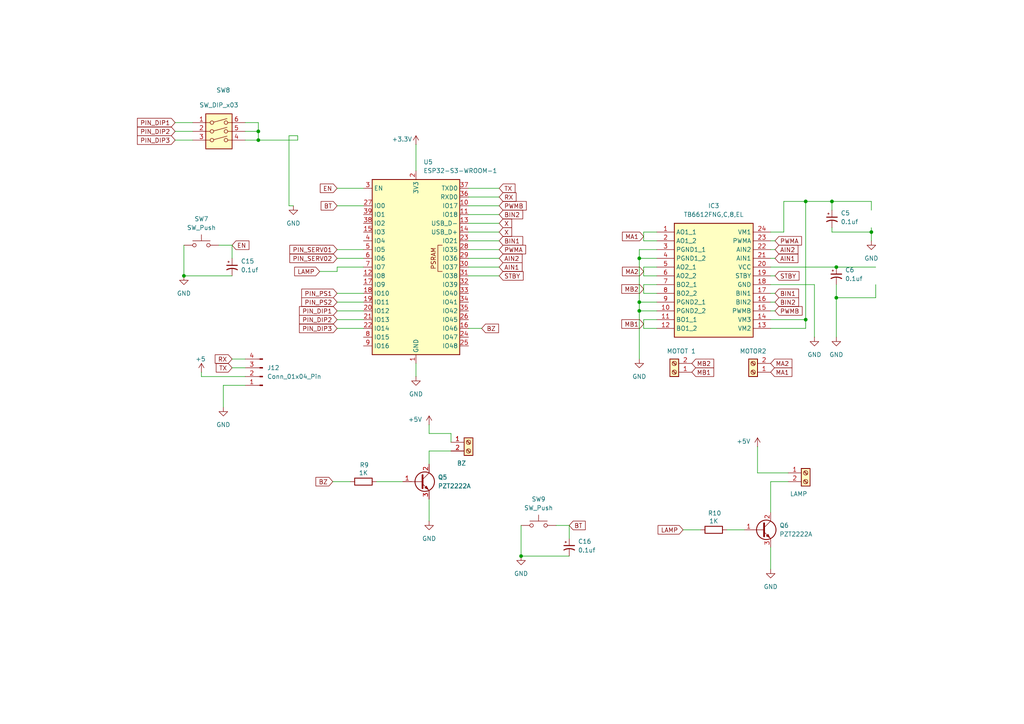
<source format=kicad_sch>
(kicad_sch
	(version 20250114)
	(generator "eeschema")
	(generator_version "9.0")
	(uuid "5e7ba38b-d231-4ab6-b33f-bd533d39636c")
	(paper "A4")
	(lib_symbols
		(symbol "Connector:Conn_01x04_Pin"
			(pin_names
				(offset 1.016)
				(hide yes)
			)
			(exclude_from_sim no)
			(in_bom yes)
			(on_board yes)
			(property "Reference" "J"
				(at 0 5.08 0)
				(effects
					(font
						(size 1.27 1.27)
					)
				)
			)
			(property "Value" "Conn_01x04_Pin"
				(at 0 -7.62 0)
				(effects
					(font
						(size 1.27 1.27)
					)
				)
			)
			(property "Footprint" ""
				(at 0 0 0)
				(effects
					(font
						(size 1.27 1.27)
					)
					(hide yes)
				)
			)
			(property "Datasheet" "~"
				(at 0 0 0)
				(effects
					(font
						(size 1.27 1.27)
					)
					(hide yes)
				)
			)
			(property "Description" "Generic connector, single row, 01x04, script generated"
				(at 0 0 0)
				(effects
					(font
						(size 1.27 1.27)
					)
					(hide yes)
				)
			)
			(property "ki_locked" ""
				(at 0 0 0)
				(effects
					(font
						(size 1.27 1.27)
					)
				)
			)
			(property "ki_keywords" "connector"
				(at 0 0 0)
				(effects
					(font
						(size 1.27 1.27)
					)
					(hide yes)
				)
			)
			(property "ki_fp_filters" "Connector*:*_1x??_*"
				(at 0 0 0)
				(effects
					(font
						(size 1.27 1.27)
					)
					(hide yes)
				)
			)
			(symbol "Conn_01x04_Pin_1_1"
				(rectangle
					(start 0.8636 2.667)
					(end 0 2.413)
					(stroke
						(width 0.1524)
						(type default)
					)
					(fill
						(type outline)
					)
				)
				(rectangle
					(start 0.8636 0.127)
					(end 0 -0.127)
					(stroke
						(width 0.1524)
						(type default)
					)
					(fill
						(type outline)
					)
				)
				(rectangle
					(start 0.8636 -2.413)
					(end 0 -2.667)
					(stroke
						(width 0.1524)
						(type default)
					)
					(fill
						(type outline)
					)
				)
				(rectangle
					(start 0.8636 -4.953)
					(end 0 -5.207)
					(stroke
						(width 0.1524)
						(type default)
					)
					(fill
						(type outline)
					)
				)
				(polyline
					(pts
						(xy 1.27 2.54) (xy 0.8636 2.54)
					)
					(stroke
						(width 0.1524)
						(type default)
					)
					(fill
						(type none)
					)
				)
				(polyline
					(pts
						(xy 1.27 0) (xy 0.8636 0)
					)
					(stroke
						(width 0.1524)
						(type default)
					)
					(fill
						(type none)
					)
				)
				(polyline
					(pts
						(xy 1.27 -2.54) (xy 0.8636 -2.54)
					)
					(stroke
						(width 0.1524)
						(type default)
					)
					(fill
						(type none)
					)
				)
				(polyline
					(pts
						(xy 1.27 -5.08) (xy 0.8636 -5.08)
					)
					(stroke
						(width 0.1524)
						(type default)
					)
					(fill
						(type none)
					)
				)
				(pin passive line
					(at 5.08 2.54 180)
					(length 3.81)
					(name "Pin_1"
						(effects
							(font
								(size 1.27 1.27)
							)
						)
					)
					(number "1"
						(effects
							(font
								(size 1.27 1.27)
							)
						)
					)
				)
				(pin passive line
					(at 5.08 0 180)
					(length 3.81)
					(name "Pin_2"
						(effects
							(font
								(size 1.27 1.27)
							)
						)
					)
					(number "2"
						(effects
							(font
								(size 1.27 1.27)
							)
						)
					)
				)
				(pin passive line
					(at 5.08 -2.54 180)
					(length 3.81)
					(name "Pin_3"
						(effects
							(font
								(size 1.27 1.27)
							)
						)
					)
					(number "3"
						(effects
							(font
								(size 1.27 1.27)
							)
						)
					)
				)
				(pin passive line
					(at 5.08 -5.08 180)
					(length 3.81)
					(name "Pin_4"
						(effects
							(font
								(size 1.27 1.27)
							)
						)
					)
					(number "4"
						(effects
							(font
								(size 1.27 1.27)
							)
						)
					)
				)
			)
			(embedded_fonts no)
		)
		(symbol "Connector:Screw_Terminal_01x02"
			(pin_names
				(offset 1.016)
				(hide yes)
			)
			(exclude_from_sim no)
			(in_bom yes)
			(on_board yes)
			(property "Reference" "J"
				(at 0 2.54 0)
				(effects
					(font
						(size 1.27 1.27)
					)
				)
			)
			(property "Value" "Screw_Terminal_01x02"
				(at 0 -5.08 0)
				(effects
					(font
						(size 1.27 1.27)
					)
				)
			)
			(property "Footprint" ""
				(at 0 0 0)
				(effects
					(font
						(size 1.27 1.27)
					)
					(hide yes)
				)
			)
			(property "Datasheet" "~"
				(at 0 0 0)
				(effects
					(font
						(size 1.27 1.27)
					)
					(hide yes)
				)
			)
			(property "Description" "Generic screw terminal, single row, 01x02, script generated (kicad-library-utils/schlib/autogen/connector/)"
				(at 0 0 0)
				(effects
					(font
						(size 1.27 1.27)
					)
					(hide yes)
				)
			)
			(property "ki_keywords" "screw terminal"
				(at 0 0 0)
				(effects
					(font
						(size 1.27 1.27)
					)
					(hide yes)
				)
			)
			(property "ki_fp_filters" "TerminalBlock*:*"
				(at 0 0 0)
				(effects
					(font
						(size 1.27 1.27)
					)
					(hide yes)
				)
			)
			(symbol "Screw_Terminal_01x02_1_1"
				(rectangle
					(start -1.27 1.27)
					(end 1.27 -3.81)
					(stroke
						(width 0.254)
						(type default)
					)
					(fill
						(type background)
					)
				)
				(polyline
					(pts
						(xy -0.5334 0.3302) (xy 0.3302 -0.508)
					)
					(stroke
						(width 0.1524)
						(type default)
					)
					(fill
						(type none)
					)
				)
				(polyline
					(pts
						(xy -0.5334 -2.2098) (xy 0.3302 -3.048)
					)
					(stroke
						(width 0.1524)
						(type default)
					)
					(fill
						(type none)
					)
				)
				(polyline
					(pts
						(xy -0.3556 0.508) (xy 0.508 -0.3302)
					)
					(stroke
						(width 0.1524)
						(type default)
					)
					(fill
						(type none)
					)
				)
				(polyline
					(pts
						(xy -0.3556 -2.032) (xy 0.508 -2.8702)
					)
					(stroke
						(width 0.1524)
						(type default)
					)
					(fill
						(type none)
					)
				)
				(circle
					(center 0 0)
					(radius 0.635)
					(stroke
						(width 0.1524)
						(type default)
					)
					(fill
						(type none)
					)
				)
				(circle
					(center 0 -2.54)
					(radius 0.635)
					(stroke
						(width 0.1524)
						(type default)
					)
					(fill
						(type none)
					)
				)
				(pin passive line
					(at -5.08 0 0)
					(length 3.81)
					(name "Pin_1"
						(effects
							(font
								(size 1.27 1.27)
							)
						)
					)
					(number "1"
						(effects
							(font
								(size 1.27 1.27)
							)
						)
					)
				)
				(pin passive line
					(at -5.08 -2.54 0)
					(length 3.81)
					(name "Pin_2"
						(effects
							(font
								(size 1.27 1.27)
							)
						)
					)
					(number "2"
						(effects
							(font
								(size 1.27 1.27)
							)
						)
					)
				)
			)
			(embedded_fonts no)
		)
		(symbol "Device:C_Polarized_Small_US"
			(pin_numbers
				(hide yes)
			)
			(pin_names
				(offset 0.254)
				(hide yes)
			)
			(exclude_from_sim no)
			(in_bom yes)
			(on_board yes)
			(property "Reference" "C"
				(at 0.254 1.778 0)
				(effects
					(font
						(size 1.27 1.27)
					)
					(justify left)
				)
			)
			(property "Value" "C_Polarized_Small_US"
				(at 0.254 -2.032 0)
				(effects
					(font
						(size 1.27 1.27)
					)
					(justify left)
				)
			)
			(property "Footprint" ""
				(at 0 0 0)
				(effects
					(font
						(size 1.27 1.27)
					)
					(hide yes)
				)
			)
			(property "Datasheet" "~"
				(at 0 0 0)
				(effects
					(font
						(size 1.27 1.27)
					)
					(hide yes)
				)
			)
			(property "Description" "Polarized capacitor, small US symbol"
				(at 0 0 0)
				(effects
					(font
						(size 1.27 1.27)
					)
					(hide yes)
				)
			)
			(property "ki_keywords" "cap capacitor"
				(at 0 0 0)
				(effects
					(font
						(size 1.27 1.27)
					)
					(hide yes)
				)
			)
			(property "ki_fp_filters" "CP_*"
				(at 0 0 0)
				(effects
					(font
						(size 1.27 1.27)
					)
					(hide yes)
				)
			)
			(symbol "C_Polarized_Small_US_0_1"
				(polyline
					(pts
						(xy -1.524 0.508) (xy 1.524 0.508)
					)
					(stroke
						(width 0.3048)
						(type default)
					)
					(fill
						(type none)
					)
				)
				(polyline
					(pts
						(xy -1.27 1.524) (xy -0.762 1.524)
					)
					(stroke
						(width 0)
						(type default)
					)
					(fill
						(type none)
					)
				)
				(polyline
					(pts
						(xy -1.016 1.27) (xy -1.016 1.778)
					)
					(stroke
						(width 0)
						(type default)
					)
					(fill
						(type none)
					)
				)
				(arc
					(start -1.524 -0.762)
					(mid 0 -0.3734)
					(end 1.524 -0.762)
					(stroke
						(width 0.3048)
						(type default)
					)
					(fill
						(type none)
					)
				)
			)
			(symbol "C_Polarized_Small_US_1_1"
				(pin passive line
					(at 0 2.54 270)
					(length 2.032)
					(name "~"
						(effects
							(font
								(size 1.27 1.27)
							)
						)
					)
					(number "1"
						(effects
							(font
								(size 1.27 1.27)
							)
						)
					)
				)
				(pin passive line
					(at 0 -2.54 90)
					(length 2.032)
					(name "~"
						(effects
							(font
								(size 1.27 1.27)
							)
						)
					)
					(number "2"
						(effects
							(font
								(size 1.27 1.27)
							)
						)
					)
				)
			)
			(embedded_fonts no)
		)
		(symbol "Device:R"
			(pin_numbers
				(hide yes)
			)
			(pin_names
				(offset 0)
			)
			(exclude_from_sim no)
			(in_bom yes)
			(on_board yes)
			(property "Reference" "R"
				(at 2.032 0 90)
				(effects
					(font
						(size 1.27 1.27)
					)
				)
			)
			(property "Value" "R"
				(at 0 0 90)
				(effects
					(font
						(size 1.27 1.27)
					)
				)
			)
			(property "Footprint" ""
				(at -1.778 0 90)
				(effects
					(font
						(size 1.27 1.27)
					)
					(hide yes)
				)
			)
			(property "Datasheet" "~"
				(at 0 0 0)
				(effects
					(font
						(size 1.27 1.27)
					)
					(hide yes)
				)
			)
			(property "Description" "Resistor"
				(at 0 0 0)
				(effects
					(font
						(size 1.27 1.27)
					)
					(hide yes)
				)
			)
			(property "ki_keywords" "R res resistor"
				(at 0 0 0)
				(effects
					(font
						(size 1.27 1.27)
					)
					(hide yes)
				)
			)
			(property "ki_fp_filters" "R_*"
				(at 0 0 0)
				(effects
					(font
						(size 1.27 1.27)
					)
					(hide yes)
				)
			)
			(symbol "R_0_1"
				(rectangle
					(start -1.016 -2.54)
					(end 1.016 2.54)
					(stroke
						(width 0.254)
						(type default)
					)
					(fill
						(type none)
					)
				)
			)
			(symbol "R_1_1"
				(pin passive line
					(at 0 3.81 270)
					(length 1.27)
					(name "~"
						(effects
							(font
								(size 1.27 1.27)
							)
						)
					)
					(number "1"
						(effects
							(font
								(size 1.27 1.27)
							)
						)
					)
				)
				(pin passive line
					(at 0 -3.81 90)
					(length 1.27)
					(name "~"
						(effects
							(font
								(size 1.27 1.27)
							)
						)
					)
					(number "2"
						(effects
							(font
								(size 1.27 1.27)
							)
						)
					)
				)
			)
			(embedded_fonts no)
		)
		(symbol "RF_Module:ESP32-S3-WROOM-1"
			(exclude_from_sim no)
			(in_bom yes)
			(on_board yes)
			(property "Reference" "U"
				(at -12.7 26.67 0)
				(effects
					(font
						(size 1.27 1.27)
					)
				)
			)
			(property "Value" "ESP32-S3-WROOM-1"
				(at 12.7 26.67 0)
				(effects
					(font
						(size 1.27 1.27)
					)
				)
			)
			(property "Footprint" "RF_Module:ESP32-S3-WROOM-1"
				(at 0 2.54 0)
				(effects
					(font
						(size 1.27 1.27)
					)
					(hide yes)
				)
			)
			(property "Datasheet" "https://www.espressif.com/sites/default/files/documentation/esp32-s3-wroom-1_wroom-1u_datasheet_en.pdf"
				(at 0 0 0)
				(effects
					(font
						(size 1.27 1.27)
					)
					(hide yes)
				)
			)
			(property "Description" "RF Module, ESP32-S3 SoC, Wi-Fi 802.11b/g/n, Bluetooth, BLE, 32-bit, 3.3V, onboard antenna, SMD"
				(at 0 0 0)
				(effects
					(font
						(size 1.27 1.27)
					)
					(hide yes)
				)
			)
			(property "ki_keywords" "RF Radio BT ESP ESP32-S3 Espressif onboard PCB antenna"
				(at 0 0 0)
				(effects
					(font
						(size 1.27 1.27)
					)
					(hide yes)
				)
			)
			(property "ki_fp_filters" "ESP32?S3?WROOM?1*"
				(at 0 0 0)
				(effects
					(font
						(size 1.27 1.27)
					)
					(hide yes)
				)
			)
			(symbol "ESP32-S3-WROOM-1_0_0"
				(rectangle
					(start -12.7 25.4)
					(end 12.7 -25.4)
					(stroke
						(width 0.254)
						(type default)
					)
					(fill
						(type background)
					)
				)
				(text "PSRAM"
					(at 5.08 2.54 900)
					(effects
						(font
							(size 1.27 1.27)
						)
					)
				)
			)
			(symbol "ESP32-S3-WROOM-1_0_1"
				(polyline
					(pts
						(xy 7.62 -1.27) (xy 6.35 -1.27) (xy 6.35 6.35) (xy 7.62 6.35)
					)
					(stroke
						(width 0)
						(type default)
					)
					(fill
						(type none)
					)
				)
			)
			(symbol "ESP32-S3-WROOM-1_1_1"
				(pin input line
					(at -15.24 22.86 0)
					(length 2.54)
					(name "EN"
						(effects
							(font
								(size 1.27 1.27)
							)
						)
					)
					(number "3"
						(effects
							(font
								(size 1.27 1.27)
							)
						)
					)
				)
				(pin bidirectional line
					(at -15.24 17.78 0)
					(length 2.54)
					(name "IO0"
						(effects
							(font
								(size 1.27 1.27)
							)
						)
					)
					(number "27"
						(effects
							(font
								(size 1.27 1.27)
							)
						)
					)
				)
				(pin bidirectional line
					(at -15.24 15.24 0)
					(length 2.54)
					(name "IO1"
						(effects
							(font
								(size 1.27 1.27)
							)
						)
					)
					(number "39"
						(effects
							(font
								(size 1.27 1.27)
							)
						)
					)
				)
				(pin bidirectional line
					(at -15.24 12.7 0)
					(length 2.54)
					(name "IO2"
						(effects
							(font
								(size 1.27 1.27)
							)
						)
					)
					(number "38"
						(effects
							(font
								(size 1.27 1.27)
							)
						)
					)
				)
				(pin bidirectional line
					(at -15.24 10.16 0)
					(length 2.54)
					(name "IO3"
						(effects
							(font
								(size 1.27 1.27)
							)
						)
					)
					(number "15"
						(effects
							(font
								(size 1.27 1.27)
							)
						)
					)
				)
				(pin bidirectional line
					(at -15.24 7.62 0)
					(length 2.54)
					(name "IO4"
						(effects
							(font
								(size 1.27 1.27)
							)
						)
					)
					(number "4"
						(effects
							(font
								(size 1.27 1.27)
							)
						)
					)
				)
				(pin bidirectional line
					(at -15.24 5.08 0)
					(length 2.54)
					(name "IO5"
						(effects
							(font
								(size 1.27 1.27)
							)
						)
					)
					(number "5"
						(effects
							(font
								(size 1.27 1.27)
							)
						)
					)
				)
				(pin bidirectional line
					(at -15.24 2.54 0)
					(length 2.54)
					(name "IO6"
						(effects
							(font
								(size 1.27 1.27)
							)
						)
					)
					(number "6"
						(effects
							(font
								(size 1.27 1.27)
							)
						)
					)
				)
				(pin bidirectional line
					(at -15.24 0 0)
					(length 2.54)
					(name "IO7"
						(effects
							(font
								(size 1.27 1.27)
							)
						)
					)
					(number "7"
						(effects
							(font
								(size 1.27 1.27)
							)
						)
					)
				)
				(pin bidirectional line
					(at -15.24 -2.54 0)
					(length 2.54)
					(name "IO8"
						(effects
							(font
								(size 1.27 1.27)
							)
						)
					)
					(number "12"
						(effects
							(font
								(size 1.27 1.27)
							)
						)
					)
				)
				(pin bidirectional line
					(at -15.24 -5.08 0)
					(length 2.54)
					(name "IO9"
						(effects
							(font
								(size 1.27 1.27)
							)
						)
					)
					(number "17"
						(effects
							(font
								(size 1.27 1.27)
							)
						)
					)
				)
				(pin bidirectional line
					(at -15.24 -7.62 0)
					(length 2.54)
					(name "IO10"
						(effects
							(font
								(size 1.27 1.27)
							)
						)
					)
					(number "18"
						(effects
							(font
								(size 1.27 1.27)
							)
						)
					)
				)
				(pin bidirectional line
					(at -15.24 -10.16 0)
					(length 2.54)
					(name "IO11"
						(effects
							(font
								(size 1.27 1.27)
							)
						)
					)
					(number "19"
						(effects
							(font
								(size 1.27 1.27)
							)
						)
					)
				)
				(pin bidirectional line
					(at -15.24 -12.7 0)
					(length 2.54)
					(name "IO12"
						(effects
							(font
								(size 1.27 1.27)
							)
						)
					)
					(number "20"
						(effects
							(font
								(size 1.27 1.27)
							)
						)
					)
				)
				(pin bidirectional line
					(at -15.24 -15.24 0)
					(length 2.54)
					(name "IO13"
						(effects
							(font
								(size 1.27 1.27)
							)
						)
					)
					(number "21"
						(effects
							(font
								(size 1.27 1.27)
							)
						)
					)
				)
				(pin bidirectional line
					(at -15.24 -17.78 0)
					(length 2.54)
					(name "IO14"
						(effects
							(font
								(size 1.27 1.27)
							)
						)
					)
					(number "22"
						(effects
							(font
								(size 1.27 1.27)
							)
						)
					)
				)
				(pin bidirectional line
					(at -15.24 -20.32 0)
					(length 2.54)
					(name "IO15"
						(effects
							(font
								(size 1.27 1.27)
							)
						)
					)
					(number "8"
						(effects
							(font
								(size 1.27 1.27)
							)
						)
					)
				)
				(pin bidirectional line
					(at -15.24 -22.86 0)
					(length 2.54)
					(name "IO16"
						(effects
							(font
								(size 1.27 1.27)
							)
						)
					)
					(number "9"
						(effects
							(font
								(size 1.27 1.27)
							)
						)
					)
				)
				(pin power_in line
					(at 0 27.94 270)
					(length 2.54)
					(name "3V3"
						(effects
							(font
								(size 1.27 1.27)
							)
						)
					)
					(number "2"
						(effects
							(font
								(size 1.27 1.27)
							)
						)
					)
				)
				(pin power_in line
					(at 0 -27.94 90)
					(length 2.54)
					(name "GND"
						(effects
							(font
								(size 1.27 1.27)
							)
						)
					)
					(number "1"
						(effects
							(font
								(size 1.27 1.27)
							)
						)
					)
				)
				(pin passive line
					(at 0 -27.94 90)
					(length 2.54)
					(hide yes)
					(name "GND"
						(effects
							(font
								(size 1.27 1.27)
							)
						)
					)
					(number "40"
						(effects
							(font
								(size 1.27 1.27)
							)
						)
					)
				)
				(pin passive line
					(at 0 -27.94 90)
					(length 2.54)
					(hide yes)
					(name "GND"
						(effects
							(font
								(size 1.27 1.27)
							)
						)
					)
					(number "41"
						(effects
							(font
								(size 1.27 1.27)
							)
						)
					)
				)
				(pin bidirectional line
					(at 15.24 22.86 180)
					(length 2.54)
					(name "TXD0"
						(effects
							(font
								(size 1.27 1.27)
							)
						)
					)
					(number "37"
						(effects
							(font
								(size 1.27 1.27)
							)
						)
					)
				)
				(pin bidirectional line
					(at 15.24 20.32 180)
					(length 2.54)
					(name "RXD0"
						(effects
							(font
								(size 1.27 1.27)
							)
						)
					)
					(number "36"
						(effects
							(font
								(size 1.27 1.27)
							)
						)
					)
				)
				(pin bidirectional line
					(at 15.24 17.78 180)
					(length 2.54)
					(name "IO17"
						(effects
							(font
								(size 1.27 1.27)
							)
						)
					)
					(number "10"
						(effects
							(font
								(size 1.27 1.27)
							)
						)
					)
				)
				(pin bidirectional line
					(at 15.24 15.24 180)
					(length 2.54)
					(name "IO18"
						(effects
							(font
								(size 1.27 1.27)
							)
						)
					)
					(number "11"
						(effects
							(font
								(size 1.27 1.27)
							)
						)
					)
				)
				(pin bidirectional line
					(at 15.24 12.7 180)
					(length 2.54)
					(name "USB_D-"
						(effects
							(font
								(size 1.27 1.27)
							)
						)
					)
					(number "13"
						(effects
							(font
								(size 1.27 1.27)
							)
						)
					)
					(alternate "IO19" bidirectional line)
				)
				(pin bidirectional line
					(at 15.24 10.16 180)
					(length 2.54)
					(name "USB_D+"
						(effects
							(font
								(size 1.27 1.27)
							)
						)
					)
					(number "14"
						(effects
							(font
								(size 1.27 1.27)
							)
						)
					)
					(alternate "IO20" bidirectional line)
				)
				(pin bidirectional line
					(at 15.24 7.62 180)
					(length 2.54)
					(name "IO21"
						(effects
							(font
								(size 1.27 1.27)
							)
						)
					)
					(number "23"
						(effects
							(font
								(size 1.27 1.27)
							)
						)
					)
				)
				(pin bidirectional line
					(at 15.24 5.08 180)
					(length 2.54)
					(name "IO35"
						(effects
							(font
								(size 1.27 1.27)
							)
						)
					)
					(number "28"
						(effects
							(font
								(size 1.27 1.27)
							)
						)
					)
				)
				(pin bidirectional line
					(at 15.24 2.54 180)
					(length 2.54)
					(name "IO36"
						(effects
							(font
								(size 1.27 1.27)
							)
						)
					)
					(number "29"
						(effects
							(font
								(size 1.27 1.27)
							)
						)
					)
				)
				(pin bidirectional line
					(at 15.24 0 180)
					(length 2.54)
					(name "IO37"
						(effects
							(font
								(size 1.27 1.27)
							)
						)
					)
					(number "30"
						(effects
							(font
								(size 1.27 1.27)
							)
						)
					)
				)
				(pin bidirectional line
					(at 15.24 -2.54 180)
					(length 2.54)
					(name "IO38"
						(effects
							(font
								(size 1.27 1.27)
							)
						)
					)
					(number "31"
						(effects
							(font
								(size 1.27 1.27)
							)
						)
					)
				)
				(pin bidirectional line
					(at 15.24 -5.08 180)
					(length 2.54)
					(name "IO39"
						(effects
							(font
								(size 1.27 1.27)
							)
						)
					)
					(number "32"
						(effects
							(font
								(size 1.27 1.27)
							)
						)
					)
				)
				(pin bidirectional line
					(at 15.24 -7.62 180)
					(length 2.54)
					(name "IO40"
						(effects
							(font
								(size 1.27 1.27)
							)
						)
					)
					(number "33"
						(effects
							(font
								(size 1.27 1.27)
							)
						)
					)
				)
				(pin bidirectional line
					(at 15.24 -10.16 180)
					(length 2.54)
					(name "IO41"
						(effects
							(font
								(size 1.27 1.27)
							)
						)
					)
					(number "34"
						(effects
							(font
								(size 1.27 1.27)
							)
						)
					)
				)
				(pin bidirectional line
					(at 15.24 -12.7 180)
					(length 2.54)
					(name "IO42"
						(effects
							(font
								(size 1.27 1.27)
							)
						)
					)
					(number "35"
						(effects
							(font
								(size 1.27 1.27)
							)
						)
					)
				)
				(pin bidirectional line
					(at 15.24 -15.24 180)
					(length 2.54)
					(name "IO45"
						(effects
							(font
								(size 1.27 1.27)
							)
						)
					)
					(number "26"
						(effects
							(font
								(size 1.27 1.27)
							)
						)
					)
				)
				(pin bidirectional line
					(at 15.24 -17.78 180)
					(length 2.54)
					(name "IO46"
						(effects
							(font
								(size 1.27 1.27)
							)
						)
					)
					(number "16"
						(effects
							(font
								(size 1.27 1.27)
							)
						)
					)
				)
				(pin bidirectional line
					(at 15.24 -20.32 180)
					(length 2.54)
					(name "IO47"
						(effects
							(font
								(size 1.27 1.27)
							)
						)
					)
					(number "24"
						(effects
							(font
								(size 1.27 1.27)
							)
						)
					)
				)
				(pin bidirectional line
					(at 15.24 -22.86 180)
					(length 2.54)
					(name "IO48"
						(effects
							(font
								(size 1.27 1.27)
							)
						)
					)
					(number "25"
						(effects
							(font
								(size 1.27 1.27)
							)
						)
					)
				)
			)
			(embedded_fonts no)
		)
		(symbol "Switch:SW_DIP_x03"
			(pin_names
				(offset 0)
				(hide yes)
			)
			(exclude_from_sim no)
			(in_bom yes)
			(on_board yes)
			(property "Reference" "SW"
				(at 0 6.35 0)
				(effects
					(font
						(size 1.27 1.27)
					)
				)
			)
			(property "Value" "SW_DIP_x03"
				(at 0 -6.35 0)
				(effects
					(font
						(size 1.27 1.27)
					)
				)
			)
			(property "Footprint" ""
				(at 0 -2.54 0)
				(effects
					(font
						(size 1.27 1.27)
					)
					(hide yes)
				)
			)
			(property "Datasheet" "~"
				(at 0 -2.54 0)
				(effects
					(font
						(size 1.27 1.27)
					)
					(hide yes)
				)
			)
			(property "Description" "3x DIP Switch, Single Pole Single Throw (SPST) switch, small symbol"
				(at 0 0 0)
				(effects
					(font
						(size 1.27 1.27)
					)
					(hide yes)
				)
			)
			(property "ki_keywords" "dip switch"
				(at 0 0 0)
				(effects
					(font
						(size 1.27 1.27)
					)
					(hide yes)
				)
			)
			(property "ki_fp_filters" "SW?DIP?x3*"
				(at 0 0 0)
				(effects
					(font
						(size 1.27 1.27)
					)
					(hide yes)
				)
			)
			(symbol "SW_DIP_x03_0_0"
				(circle
					(center -2.032 2.54)
					(radius 0.508)
					(stroke
						(width 0)
						(type default)
					)
					(fill
						(type none)
					)
				)
				(circle
					(center -2.032 0)
					(radius 0.508)
					(stroke
						(width 0)
						(type default)
					)
					(fill
						(type none)
					)
				)
				(circle
					(center -2.032 -2.54)
					(radius 0.508)
					(stroke
						(width 0)
						(type default)
					)
					(fill
						(type none)
					)
				)
				(polyline
					(pts
						(xy -1.524 2.667) (xy 2.3622 3.7084)
					)
					(stroke
						(width 0)
						(type default)
					)
					(fill
						(type none)
					)
				)
				(polyline
					(pts
						(xy -1.524 0.127) (xy 2.3622 1.1684)
					)
					(stroke
						(width 0)
						(type default)
					)
					(fill
						(type none)
					)
				)
				(polyline
					(pts
						(xy -1.524 -2.413) (xy 2.3622 -1.3716)
					)
					(stroke
						(width 0)
						(type default)
					)
					(fill
						(type none)
					)
				)
				(circle
					(center 2.032 2.54)
					(radius 0.508)
					(stroke
						(width 0)
						(type default)
					)
					(fill
						(type none)
					)
				)
				(circle
					(center 2.032 0)
					(radius 0.508)
					(stroke
						(width 0)
						(type default)
					)
					(fill
						(type none)
					)
				)
				(circle
					(center 2.032 -2.54)
					(radius 0.508)
					(stroke
						(width 0)
						(type default)
					)
					(fill
						(type none)
					)
				)
			)
			(symbol "SW_DIP_x03_0_1"
				(rectangle
					(start -3.81 5.08)
					(end 3.81 -5.08)
					(stroke
						(width 0.254)
						(type default)
					)
					(fill
						(type background)
					)
				)
			)
			(symbol "SW_DIP_x03_1_1"
				(pin passive line
					(at -7.62 2.54 0)
					(length 5.08)
					(name "~"
						(effects
							(font
								(size 1.27 1.27)
							)
						)
					)
					(number "1"
						(effects
							(font
								(size 1.27 1.27)
							)
						)
					)
				)
				(pin passive line
					(at -7.62 0 0)
					(length 5.08)
					(name "~"
						(effects
							(font
								(size 1.27 1.27)
							)
						)
					)
					(number "2"
						(effects
							(font
								(size 1.27 1.27)
							)
						)
					)
				)
				(pin passive line
					(at -7.62 -2.54 0)
					(length 5.08)
					(name "~"
						(effects
							(font
								(size 1.27 1.27)
							)
						)
					)
					(number "3"
						(effects
							(font
								(size 1.27 1.27)
							)
						)
					)
				)
				(pin passive line
					(at 7.62 2.54 180)
					(length 5.08)
					(name "~"
						(effects
							(font
								(size 1.27 1.27)
							)
						)
					)
					(number "6"
						(effects
							(font
								(size 1.27 1.27)
							)
						)
					)
				)
				(pin passive line
					(at 7.62 0 180)
					(length 5.08)
					(name "~"
						(effects
							(font
								(size 1.27 1.27)
							)
						)
					)
					(number "5"
						(effects
							(font
								(size 1.27 1.27)
							)
						)
					)
				)
				(pin passive line
					(at 7.62 -2.54 180)
					(length 5.08)
					(name "~"
						(effects
							(font
								(size 1.27 1.27)
							)
						)
					)
					(number "4"
						(effects
							(font
								(size 1.27 1.27)
							)
						)
					)
				)
			)
			(embedded_fonts no)
		)
		(symbol "Switch:SW_Push"
			(pin_numbers
				(hide yes)
			)
			(pin_names
				(offset 1.016)
				(hide yes)
			)
			(exclude_from_sim no)
			(in_bom yes)
			(on_board yes)
			(property "Reference" "SW"
				(at 1.27 2.54 0)
				(effects
					(font
						(size 1.27 1.27)
					)
					(justify left)
				)
			)
			(property "Value" "SW_Push"
				(at 0 -1.524 0)
				(effects
					(font
						(size 1.27 1.27)
					)
				)
			)
			(property "Footprint" ""
				(at 0 5.08 0)
				(effects
					(font
						(size 1.27 1.27)
					)
					(hide yes)
				)
			)
			(property "Datasheet" "~"
				(at 0 5.08 0)
				(effects
					(font
						(size 1.27 1.27)
					)
					(hide yes)
				)
			)
			(property "Description" "Push button switch, generic, two pins"
				(at 0 0 0)
				(effects
					(font
						(size 1.27 1.27)
					)
					(hide yes)
				)
			)
			(property "ki_keywords" "switch normally-open pushbutton push-button"
				(at 0 0 0)
				(effects
					(font
						(size 1.27 1.27)
					)
					(hide yes)
				)
			)
			(symbol "SW_Push_0_1"
				(circle
					(center -2.032 0)
					(radius 0.508)
					(stroke
						(width 0)
						(type default)
					)
					(fill
						(type none)
					)
				)
				(polyline
					(pts
						(xy 0 1.27) (xy 0 3.048)
					)
					(stroke
						(width 0)
						(type default)
					)
					(fill
						(type none)
					)
				)
				(circle
					(center 2.032 0)
					(radius 0.508)
					(stroke
						(width 0)
						(type default)
					)
					(fill
						(type none)
					)
				)
				(polyline
					(pts
						(xy 2.54 1.27) (xy -2.54 1.27)
					)
					(stroke
						(width 0)
						(type default)
					)
					(fill
						(type none)
					)
				)
				(pin passive line
					(at -5.08 0 0)
					(length 2.54)
					(name "1"
						(effects
							(font
								(size 1.27 1.27)
							)
						)
					)
					(number "1"
						(effects
							(font
								(size 1.27 1.27)
							)
						)
					)
				)
				(pin passive line
					(at 5.08 0 180)
					(length 2.54)
					(name "2"
						(effects
							(font
								(size 1.27 1.27)
							)
						)
					)
					(number "2"
						(effects
							(font
								(size 1.27 1.27)
							)
						)
					)
				)
			)
			(embedded_fonts no)
		)
		(symbol "TB6612FNG_C_8_EL:TB6612FNG,C,8,EL"
			(exclude_from_sim no)
			(in_bom yes)
			(on_board yes)
			(property "Reference" "IC"
				(at 29.21 7.62 0)
				(effects
					(font
						(size 1.27 1.27)
					)
					(justify left top)
				)
			)
			(property "Value" "TB6612FNG,C,8,EL"
				(at 29.21 5.08 0)
				(effects
					(font
						(size 1.27 1.27)
					)
					(justify left top)
				)
			)
			(property "Footprint" "SOP65P760X160-24N"
				(at 29.21 -94.92 0)
				(effects
					(font
						(size 1.27 1.27)
					)
					(justify left top)
					(hide yes)
				)
			)
			(property "Datasheet" "http://toshiba.semicon-storage.com/info/docget.jsp?did=10660&prodName=TB6612FNG"
				(at 29.21 -194.92 0)
				(effects
					(font
						(size 1.27 1.27)
					)
					(justify left top)
					(hide yes)
				)
			)
			(property "Description" "otor / Motion / Ignition Controllers & Drivers Brush Motor Driver IC"
				(at 0 0 0)
				(effects
					(font
						(size 1.27 1.27)
					)
					(hide yes)
				)
			)
			(property "Height" "1.6"
				(at 29.21 -394.92 0)
				(effects
					(font
						(size 1.27 1.27)
					)
					(justify left top)
					(hide yes)
				)
			)
			(property "Mouser Part Number" "757-TB6612FNGC8EL"
				(at 29.21 -494.92 0)
				(effects
					(font
						(size 1.27 1.27)
					)
					(justify left top)
					(hide yes)
				)
			)
			(property "Mouser Price/Stock" "https://www.mouser.co.uk/ProductDetail/Toshiba/TB6612FNGC8EL?qs=rsevcuukUAy2UalRuv4E%2FQ%3D%3D"
				(at 29.21 -594.92 0)
				(effects
					(font
						(size 1.27 1.27)
					)
					(justify left top)
					(hide yes)
				)
			)
			(property "Manufacturer_Name" "Toshiba"
				(at 29.21 -694.92 0)
				(effects
					(font
						(size 1.27 1.27)
					)
					(justify left top)
					(hide yes)
				)
			)
			(property "Manufacturer_Part_Number" "TB6612FNG,C,8,EL"
				(at 29.21 -794.92 0)
				(effects
					(font
						(size 1.27 1.27)
					)
					(justify left top)
					(hide yes)
				)
			)
			(symbol "TB6612FNG,C,8,EL_1_1"
				(rectangle
					(start 5.08 2.54)
					(end 27.94 -30.48)
					(stroke
						(width 0.254)
						(type default)
					)
					(fill
						(type background)
					)
				)
				(pin passive line
					(at 0 0 0)
					(length 5.08)
					(name "AO1_1"
						(effects
							(font
								(size 1.27 1.27)
							)
						)
					)
					(number "1"
						(effects
							(font
								(size 1.27 1.27)
							)
						)
					)
				)
				(pin passive line
					(at 0 -2.54 0)
					(length 5.08)
					(name "AO1_2"
						(effects
							(font
								(size 1.27 1.27)
							)
						)
					)
					(number "2"
						(effects
							(font
								(size 1.27 1.27)
							)
						)
					)
				)
				(pin passive line
					(at 0 -5.08 0)
					(length 5.08)
					(name "PGND1_1"
						(effects
							(font
								(size 1.27 1.27)
							)
						)
					)
					(number "3"
						(effects
							(font
								(size 1.27 1.27)
							)
						)
					)
				)
				(pin passive line
					(at 0 -7.62 0)
					(length 5.08)
					(name "PGND1_2"
						(effects
							(font
								(size 1.27 1.27)
							)
						)
					)
					(number "4"
						(effects
							(font
								(size 1.27 1.27)
							)
						)
					)
				)
				(pin passive line
					(at 0 -10.16 0)
					(length 5.08)
					(name "AO2_1"
						(effects
							(font
								(size 1.27 1.27)
							)
						)
					)
					(number "5"
						(effects
							(font
								(size 1.27 1.27)
							)
						)
					)
				)
				(pin passive line
					(at 0 -12.7 0)
					(length 5.08)
					(name "AO2_2"
						(effects
							(font
								(size 1.27 1.27)
							)
						)
					)
					(number "6"
						(effects
							(font
								(size 1.27 1.27)
							)
						)
					)
				)
				(pin passive line
					(at 0 -15.24 0)
					(length 5.08)
					(name "BO2_1"
						(effects
							(font
								(size 1.27 1.27)
							)
						)
					)
					(number "7"
						(effects
							(font
								(size 1.27 1.27)
							)
						)
					)
				)
				(pin passive line
					(at 0 -17.78 0)
					(length 5.08)
					(name "BO2_2"
						(effects
							(font
								(size 1.27 1.27)
							)
						)
					)
					(number "8"
						(effects
							(font
								(size 1.27 1.27)
							)
						)
					)
				)
				(pin passive line
					(at 0 -20.32 0)
					(length 5.08)
					(name "PGND2_1"
						(effects
							(font
								(size 1.27 1.27)
							)
						)
					)
					(number "9"
						(effects
							(font
								(size 1.27 1.27)
							)
						)
					)
				)
				(pin passive line
					(at 0 -22.86 0)
					(length 5.08)
					(name "PGND2_2"
						(effects
							(font
								(size 1.27 1.27)
							)
						)
					)
					(number "10"
						(effects
							(font
								(size 1.27 1.27)
							)
						)
					)
				)
				(pin passive line
					(at 0 -25.4 0)
					(length 5.08)
					(name "BO1_1"
						(effects
							(font
								(size 1.27 1.27)
							)
						)
					)
					(number "11"
						(effects
							(font
								(size 1.27 1.27)
							)
						)
					)
				)
				(pin passive line
					(at 0 -27.94 0)
					(length 5.08)
					(name "BO1_2"
						(effects
							(font
								(size 1.27 1.27)
							)
						)
					)
					(number "12"
						(effects
							(font
								(size 1.27 1.27)
							)
						)
					)
				)
				(pin passive line
					(at 33.02 0 180)
					(length 5.08)
					(name "VM1"
						(effects
							(font
								(size 1.27 1.27)
							)
						)
					)
					(number "24"
						(effects
							(font
								(size 1.27 1.27)
							)
						)
					)
				)
				(pin passive line
					(at 33.02 -2.54 180)
					(length 5.08)
					(name "PWMA"
						(effects
							(font
								(size 1.27 1.27)
							)
						)
					)
					(number "23"
						(effects
							(font
								(size 1.27 1.27)
							)
						)
					)
				)
				(pin passive line
					(at 33.02 -5.08 180)
					(length 5.08)
					(name "AIN2"
						(effects
							(font
								(size 1.27 1.27)
							)
						)
					)
					(number "22"
						(effects
							(font
								(size 1.27 1.27)
							)
						)
					)
				)
				(pin passive line
					(at 33.02 -7.62 180)
					(length 5.08)
					(name "AIN1"
						(effects
							(font
								(size 1.27 1.27)
							)
						)
					)
					(number "21"
						(effects
							(font
								(size 1.27 1.27)
							)
						)
					)
				)
				(pin passive line
					(at 33.02 -10.16 180)
					(length 5.08)
					(name "VCC"
						(effects
							(font
								(size 1.27 1.27)
							)
						)
					)
					(number "20"
						(effects
							(font
								(size 1.27 1.27)
							)
						)
					)
				)
				(pin passive line
					(at 33.02 -12.7 180)
					(length 5.08)
					(name "STBY"
						(effects
							(font
								(size 1.27 1.27)
							)
						)
					)
					(number "19"
						(effects
							(font
								(size 1.27 1.27)
							)
						)
					)
				)
				(pin passive line
					(at 33.02 -15.24 180)
					(length 5.08)
					(name "GND"
						(effects
							(font
								(size 1.27 1.27)
							)
						)
					)
					(number "18"
						(effects
							(font
								(size 1.27 1.27)
							)
						)
					)
				)
				(pin passive line
					(at 33.02 -17.78 180)
					(length 5.08)
					(name "BIN1"
						(effects
							(font
								(size 1.27 1.27)
							)
						)
					)
					(number "17"
						(effects
							(font
								(size 1.27 1.27)
							)
						)
					)
				)
				(pin passive line
					(at 33.02 -20.32 180)
					(length 5.08)
					(name "BIN2"
						(effects
							(font
								(size 1.27 1.27)
							)
						)
					)
					(number "16"
						(effects
							(font
								(size 1.27 1.27)
							)
						)
					)
				)
				(pin passive line
					(at 33.02 -22.86 180)
					(length 5.08)
					(name "PWMB"
						(effects
							(font
								(size 1.27 1.27)
							)
						)
					)
					(number "15"
						(effects
							(font
								(size 1.27 1.27)
							)
						)
					)
				)
				(pin passive line
					(at 33.02 -25.4 180)
					(length 5.08)
					(name "VM3"
						(effects
							(font
								(size 1.27 1.27)
							)
						)
					)
					(number "14"
						(effects
							(font
								(size 1.27 1.27)
							)
						)
					)
				)
				(pin passive line
					(at 33.02 -27.94 180)
					(length 5.08)
					(name "VM2"
						(effects
							(font
								(size 1.27 1.27)
							)
						)
					)
					(number "13"
						(effects
							(font
								(size 1.27 1.27)
							)
						)
					)
				)
			)
			(embedded_fonts no)
		)
		(symbol "Transistor_BJT:PZT2222A"
			(pin_names
				(offset 0)
				(hide yes)
			)
			(exclude_from_sim no)
			(in_bom yes)
			(on_board yes)
			(property "Reference" "Q"
				(at 5.08 1.905 0)
				(effects
					(font
						(size 1.27 1.27)
					)
					(justify left)
				)
			)
			(property "Value" "PZT2222A"
				(at 5.08 0 0)
				(effects
					(font
						(size 1.27 1.27)
					)
					(justify left)
				)
			)
			(property "Footprint" "Package_TO_SOT_SMD:SOT-223-3_TabPin2"
				(at 5.08 -1.905 0)
				(effects
					(font
						(size 1.27 1.27)
						(italic yes)
					)
					(justify left)
					(hide yes)
				)
			)
			(property "Datasheet" "https://www.onsemi.com/pub/Collateral/PN2222-D.PDF"
				(at 0 0 0)
				(effects
					(font
						(size 1.27 1.27)
					)
					(justify left)
					(hide yes)
				)
			)
			(property "Description" "1A Ic, 40V Vce, NPN Transistor, General Purpose Transistor, SOT-223"
				(at 0 0 0)
				(effects
					(font
						(size 1.27 1.27)
					)
					(hide yes)
				)
			)
			(property "ki_keywords" "NPN General Puprose Transistor SMD"
				(at 0 0 0)
				(effects
					(font
						(size 1.27 1.27)
					)
					(hide yes)
				)
			)
			(property "ki_fp_filters" "SOT?223*"
				(at 0 0 0)
				(effects
					(font
						(size 1.27 1.27)
					)
					(hide yes)
				)
			)
			(symbol "PZT2222A_0_1"
				(polyline
					(pts
						(xy -2.54 0) (xy 0.635 0)
					)
					(stroke
						(width 0)
						(type default)
					)
					(fill
						(type none)
					)
				)
				(polyline
					(pts
						(xy 0.635 1.905) (xy 0.635 -1.905)
					)
					(stroke
						(width 0.508)
						(type default)
					)
					(fill
						(type none)
					)
				)
				(circle
					(center 1.27 0)
					(radius 2.8194)
					(stroke
						(width 0.254)
						(type default)
					)
					(fill
						(type none)
					)
				)
			)
			(symbol "PZT2222A_1_1"
				(polyline
					(pts
						(xy 0.635 0.635) (xy 2.54 2.54)
					)
					(stroke
						(width 0)
						(type default)
					)
					(fill
						(type none)
					)
				)
				(polyline
					(pts
						(xy 0.635 -0.635) (xy 2.54 -2.54)
					)
					(stroke
						(width 0)
						(type default)
					)
					(fill
						(type none)
					)
				)
				(polyline
					(pts
						(xy 1.27 -1.778) (xy 1.778 -1.27) (xy 2.286 -2.286) (xy 1.27 -1.778)
					)
					(stroke
						(width 0)
						(type default)
					)
					(fill
						(type outline)
					)
				)
				(pin input line
					(at -5.08 0 0)
					(length 2.54)
					(name "B"
						(effects
							(font
								(size 1.27 1.27)
							)
						)
					)
					(number "1"
						(effects
							(font
								(size 1.27 1.27)
							)
						)
					)
				)
				(pin passive line
					(at 2.54 5.08 270)
					(length 2.54)
					(name "C"
						(effects
							(font
								(size 1.27 1.27)
							)
						)
					)
					(number "2"
						(effects
							(font
								(size 1.27 1.27)
							)
						)
					)
				)
				(pin passive line
					(at 2.54 -5.08 90)
					(length 2.54)
					(name "E"
						(effects
							(font
								(size 1.27 1.27)
							)
						)
					)
					(number "3"
						(effects
							(font
								(size 1.27 1.27)
							)
						)
					)
				)
			)
			(embedded_fonts no)
		)
		(symbol "power:+3.3V"
			(power)
			(pin_numbers
				(hide yes)
			)
			(pin_names
				(offset 0)
				(hide yes)
			)
			(exclude_from_sim no)
			(in_bom yes)
			(on_board yes)
			(property "Reference" "#PWR"
				(at 0 -3.81 0)
				(effects
					(font
						(size 1.27 1.27)
					)
					(hide yes)
				)
			)
			(property "Value" "+3.3V"
				(at 0 3.556 0)
				(effects
					(font
						(size 1.27 1.27)
					)
				)
			)
			(property "Footprint" ""
				(at 0 0 0)
				(effects
					(font
						(size 1.27 1.27)
					)
					(hide yes)
				)
			)
			(property "Datasheet" ""
				(at 0 0 0)
				(effects
					(font
						(size 1.27 1.27)
					)
					(hide yes)
				)
			)
			(property "Description" "Power symbol creates a global label with name \"+3.3V\""
				(at 0 0 0)
				(effects
					(font
						(size 1.27 1.27)
					)
					(hide yes)
				)
			)
			(property "ki_keywords" "global power"
				(at 0 0 0)
				(effects
					(font
						(size 1.27 1.27)
					)
					(hide yes)
				)
			)
			(symbol "+3.3V_0_1"
				(polyline
					(pts
						(xy -0.762 1.27) (xy 0 2.54)
					)
					(stroke
						(width 0)
						(type default)
					)
					(fill
						(type none)
					)
				)
				(polyline
					(pts
						(xy 0 2.54) (xy 0.762 1.27)
					)
					(stroke
						(width 0)
						(type default)
					)
					(fill
						(type none)
					)
				)
				(polyline
					(pts
						(xy 0 0) (xy 0 2.54)
					)
					(stroke
						(width 0)
						(type default)
					)
					(fill
						(type none)
					)
				)
			)
			(symbol "+3.3V_1_1"
				(pin power_in line
					(at 0 0 90)
					(length 0)
					(name "~"
						(effects
							(font
								(size 1.27 1.27)
							)
						)
					)
					(number "1"
						(effects
							(font
								(size 1.27 1.27)
							)
						)
					)
				)
			)
			(embedded_fonts no)
		)
		(symbol "power:GND"
			(power)
			(pin_numbers
				(hide yes)
			)
			(pin_names
				(offset 0)
				(hide yes)
			)
			(exclude_from_sim no)
			(in_bom yes)
			(on_board yes)
			(property "Reference" "#PWR"
				(at 0 -6.35 0)
				(effects
					(font
						(size 1.27 1.27)
					)
					(hide yes)
				)
			)
			(property "Value" "GND"
				(at 0 -3.81 0)
				(effects
					(font
						(size 1.27 1.27)
					)
				)
			)
			(property "Footprint" ""
				(at 0 0 0)
				(effects
					(font
						(size 1.27 1.27)
					)
					(hide yes)
				)
			)
			(property "Datasheet" ""
				(at 0 0 0)
				(effects
					(font
						(size 1.27 1.27)
					)
					(hide yes)
				)
			)
			(property "Description" "Power symbol creates a global label with name \"GND\" , ground"
				(at 0 0 0)
				(effects
					(font
						(size 1.27 1.27)
					)
					(hide yes)
				)
			)
			(property "ki_keywords" "global power"
				(at 0 0 0)
				(effects
					(font
						(size 1.27 1.27)
					)
					(hide yes)
				)
			)
			(symbol "GND_0_1"
				(polyline
					(pts
						(xy 0 0) (xy 0 -1.27) (xy 1.27 -1.27) (xy 0 -2.54) (xy -1.27 -1.27) (xy 0 -1.27)
					)
					(stroke
						(width 0)
						(type default)
					)
					(fill
						(type none)
					)
				)
			)
			(symbol "GND_1_1"
				(pin power_in line
					(at 0 0 270)
					(length 0)
					(name "~"
						(effects
							(font
								(size 1.27 1.27)
							)
						)
					)
					(number "1"
						(effects
							(font
								(size 1.27 1.27)
							)
						)
					)
				)
			)
			(embedded_fonts no)
		)
	)
	(junction
		(at 242.57 86.36)
		(diameter 0)
		(color 0 0 0 0)
		(uuid "0e4db07f-becd-4763-81d9-4ff71653d91a")
	)
	(junction
		(at 233.68 92.71)
		(diameter 0)
		(color 0 0 0 0)
		(uuid "150a9cd1-1160-4d8c-a402-583081375f96")
	)
	(junction
		(at 185.42 87.63)
		(diameter 0)
		(color 0 0 0 0)
		(uuid "346dd9ff-f9a3-4bf9-bf8f-9aaf267317d1")
	)
	(junction
		(at 185.42 74.93)
		(diameter 0)
		(color 0 0 0 0)
		(uuid "40e30bf1-52f5-44c6-ba85-2d87f413112c")
	)
	(junction
		(at 241.3 58.42)
		(diameter 0)
		(color 0 0 0 0)
		(uuid "4aaeeab7-5215-4fcb-9f8e-95eb479f84a5")
	)
	(junction
		(at 74.93 38.1)
		(diameter 0)
		(color 0 0 0 0)
		(uuid "64f659fa-7197-43e3-bfe3-67e0cb0cfb20")
	)
	(junction
		(at 252.73 67.31)
		(diameter 0)
		(color 0 0 0 0)
		(uuid "690f8e2f-32e1-42b7-b5c3-16f38e320310")
	)
	(junction
		(at 185.42 90.17)
		(diameter 0)
		(color 0 0 0 0)
		(uuid "aafd4cdf-2c71-4330-b8ab-4b49141bc133")
	)
	(junction
		(at 242.57 77.47)
		(diameter 0)
		(color 0 0 0 0)
		(uuid "b30df8bf-a35f-4f55-9d38-9d633567a0b5")
	)
	(junction
		(at 233.68 58.42)
		(diameter 0)
		(color 0 0 0 0)
		(uuid "b90028c5-82a1-4b8b-a9f8-0e7fbbff956d")
	)
	(junction
		(at 74.93 40.64)
		(diameter 0)
		(color 0 0 0 0)
		(uuid "d4185f23-c69f-4da1-a93a-3584f64b4506")
	)
	(junction
		(at 53.34 80.01)
		(diameter 0)
		(color 0 0 0 0)
		(uuid "de097936-b66a-45d1-a9f8-8dcba17eb8aa")
	)
	(junction
		(at 151.13 161.29)
		(diameter 0)
		(color 0 0 0 0)
		(uuid "faf3ff19-c467-4181-965e-d65ca0966564")
	)
	(wire
		(pts
			(xy 97.79 85.09) (xy 105.41 85.09)
		)
		(stroke
			(width 0)
			(type default)
		)
		(uuid "00165420-122a-43c7-84b7-3713eb7b4c0d")
	)
	(wire
		(pts
			(xy 242.57 86.36) (xy 254 86.36)
		)
		(stroke
			(width 0)
			(type default)
		)
		(uuid "01712466-f422-4b28-85c2-c8d2522cc0d3")
	)
	(wire
		(pts
			(xy 135.89 95.25) (xy 139.7 95.25)
		)
		(stroke
			(width 0)
			(type default)
		)
		(uuid "04a7cc26-b6b0-45a8-90e0-dd69e5f0f5ab")
	)
	(wire
		(pts
			(xy 50.8 40.64) (xy 55.88 40.64)
		)
		(stroke
			(width 0)
			(type default)
		)
		(uuid "094f3b0e-2fd7-4018-9cd3-20976f21f3e8")
	)
	(wire
		(pts
			(xy 190.5 85.09) (xy 186.69 85.09)
		)
		(stroke
			(width 0)
			(type default)
		)
		(uuid "0b497abe-6aa2-47ba-807d-e990b7add40e")
	)
	(wire
		(pts
			(xy 241.3 58.42) (xy 252.73 58.42)
		)
		(stroke
			(width 0)
			(type default)
		)
		(uuid "0c7b0c4a-c35a-4b8b-9809-4e9dfffc1bdb")
	)
	(wire
		(pts
			(xy 135.89 80.01) (xy 144.78 80.01)
		)
		(stroke
			(width 0)
			(type default)
		)
		(uuid "0f4bfcf2-bd0e-4848-890c-351fef57bd7f")
	)
	(wire
		(pts
			(xy 97.79 87.63) (xy 105.41 87.63)
		)
		(stroke
			(width 0)
			(type default)
		)
		(uuid "1065b9c3-619a-4f7b-b2ad-031262a586f7")
	)
	(wire
		(pts
			(xy 86.36 39.37) (xy 83.82 39.37)
		)
		(stroke
			(width 0)
			(type default)
		)
		(uuid "10ee23ea-09b9-4ec8-8b5c-28e48a1a5eee")
	)
	(wire
		(pts
			(xy 97.79 95.25) (xy 105.41 95.25)
		)
		(stroke
			(width 0)
			(type default)
		)
		(uuid "1212a81f-65e3-4c59-911b-1bf4bfc7ba8b")
	)
	(wire
		(pts
			(xy 242.57 77.47) (xy 254 77.47)
		)
		(stroke
			(width 0)
			(type default)
		)
		(uuid "15528be3-eccb-4a90-81ca-fe04f7c5e761")
	)
	(wire
		(pts
			(xy 74.93 38.1) (xy 74.93 40.64)
		)
		(stroke
			(width 0)
			(type default)
		)
		(uuid "169d6702-70e0-4f0e-bec8-6bc5be837438")
	)
	(wire
		(pts
			(xy 227.33 58.42) (xy 233.68 58.42)
		)
		(stroke
			(width 0)
			(type default)
		)
		(uuid "1919b1f0-7417-4aa1-9893-0f3a11b6d0d4")
	)
	(wire
		(pts
			(xy 186.69 92.71) (xy 186.69 95.25)
		)
		(stroke
			(width 0)
			(type default)
		)
		(uuid "1d021f96-354a-479e-923a-676ebca9d647")
	)
	(wire
		(pts
			(xy 190.5 67.31) (xy 186.69 67.31)
		)
		(stroke
			(width 0)
			(type default)
		)
		(uuid "1eb07472-a344-4660-af96-61e1a930b3a6")
	)
	(wire
		(pts
			(xy 198.12 153.67) (xy 203.2 153.67)
		)
		(stroke
			(width 0)
			(type default)
		)
		(uuid "1f8e8de0-46c9-409e-b36e-4e2af483df36")
	)
	(wire
		(pts
			(xy 86.36 40.64) (xy 74.93 40.64)
		)
		(stroke
			(width 0)
			(type default)
		)
		(uuid "232b1591-46f3-453a-b73a-6fca84a1eaba")
	)
	(wire
		(pts
			(xy 233.68 92.71) (xy 233.68 58.42)
		)
		(stroke
			(width 0)
			(type default)
		)
		(uuid "23a0f72d-eb2e-4fbd-b3fd-2824b69c9fdc")
	)
	(wire
		(pts
			(xy 97.79 74.93) (xy 105.41 74.93)
		)
		(stroke
			(width 0)
			(type default)
		)
		(uuid "29bd2552-9613-49ee-a899-797214a7170b")
	)
	(wire
		(pts
			(xy 97.79 77.47) (xy 105.41 77.47)
		)
		(stroke
			(width 0)
			(type default)
		)
		(uuid "31f05200-deed-4ade-a570-27ebb526193f")
	)
	(wire
		(pts
			(xy 185.42 74.93) (xy 190.5 74.93)
		)
		(stroke
			(width 0)
			(type default)
		)
		(uuid "32b1b24c-05f1-40cb-8f60-8c4407e79a3b")
	)
	(wire
		(pts
			(xy 223.52 80.01) (xy 224.79 80.01)
		)
		(stroke
			(width 0)
			(type default)
		)
		(uuid "33323e66-639c-4280-a458-98e83f2a4df9")
	)
	(wire
		(pts
			(xy 223.52 90.17) (xy 224.79 90.17)
		)
		(stroke
			(width 0)
			(type default)
		)
		(uuid "358e1453-a32f-46df-8204-9c705f9855dd")
	)
	(wire
		(pts
			(xy 190.5 72.39) (xy 185.42 72.39)
		)
		(stroke
			(width 0)
			(type default)
		)
		(uuid "3871b2bb-6aaa-4186-964b-559ca5b4cf13")
	)
	(wire
		(pts
			(xy 130.81 125.73) (xy 130.81 128.27)
		)
		(stroke
			(width 0)
			(type default)
		)
		(uuid "3890432b-162b-4c86-a776-5c6890cc5a72")
	)
	(wire
		(pts
			(xy 67.31 80.01) (xy 53.34 80.01)
		)
		(stroke
			(width 0)
			(type default)
		)
		(uuid "38f7653c-236c-42fc-b78c-632fc77ac240")
	)
	(wire
		(pts
			(xy 227.33 58.42) (xy 227.33 67.31)
		)
		(stroke
			(width 0)
			(type default)
		)
		(uuid "39ac34e5-8204-4833-83b3-5a39160601c5")
	)
	(wire
		(pts
			(xy 135.89 62.23) (xy 144.78 62.23)
		)
		(stroke
			(width 0)
			(type default)
		)
		(uuid "3bfb9bcf-1790-4120-8a51-604d46e205b0")
	)
	(wire
		(pts
			(xy 71.12 38.1) (xy 74.93 38.1)
		)
		(stroke
			(width 0)
			(type default)
		)
		(uuid "3c90b119-1c37-46b9-8e79-f8e359a559a5")
	)
	(wire
		(pts
			(xy 97.79 54.61) (xy 105.41 54.61)
		)
		(stroke
			(width 0)
			(type default)
		)
		(uuid "3cb294b5-9e5a-42e8-a6d4-c524def6f2d0")
	)
	(wire
		(pts
			(xy 50.8 38.1) (xy 55.88 38.1)
		)
		(stroke
			(width 0)
			(type default)
		)
		(uuid "3d5a2dc2-5a31-4177-ae22-d33801fc8a40")
	)
	(wire
		(pts
			(xy 219.71 129.54) (xy 219.71 137.16)
		)
		(stroke
			(width 0)
			(type default)
		)
		(uuid "40377b0a-288b-46a1-8707-3093bac1dabe")
	)
	(wire
		(pts
			(xy 241.3 66.04) (xy 241.3 67.31)
		)
		(stroke
			(width 0)
			(type default)
		)
		(uuid "40abe357-d355-42ee-bb10-952ee7a7a508")
	)
	(wire
		(pts
			(xy 236.22 82.55) (xy 236.22 97.79)
		)
		(stroke
			(width 0)
			(type default)
		)
		(uuid "4193c437-f39c-4845-8693-b7a37a0a422b")
	)
	(wire
		(pts
			(xy 58.42 107.95) (xy 58.42 109.22)
		)
		(stroke
			(width 0)
			(type default)
		)
		(uuid "4421726f-1862-49eb-b5cf-cba39f4b51cf")
	)
	(wire
		(pts
			(xy 63.5 71.12) (xy 67.31 71.12)
		)
		(stroke
			(width 0)
			(type default)
		)
		(uuid "45791d17-cebf-41a0-9c0c-aec4847939c6")
	)
	(wire
		(pts
			(xy 185.42 72.39) (xy 185.42 74.93)
		)
		(stroke
			(width 0)
			(type default)
		)
		(uuid "47108c8b-e610-4fb8-a503-17b7b3462f98")
	)
	(wire
		(pts
			(xy 210.82 153.67) (xy 215.9 153.67)
		)
		(stroke
			(width 0)
			(type default)
		)
		(uuid "47223d61-6d4f-4851-a630-09dece06fbe3")
	)
	(wire
		(pts
			(xy 223.52 74.93) (xy 224.79 74.93)
		)
		(stroke
			(width 0)
			(type default)
		)
		(uuid "4c8c44e9-2dad-479a-b170-98e491bb5206")
	)
	(wire
		(pts
			(xy 185.42 87.63) (xy 185.42 90.17)
		)
		(stroke
			(width 0)
			(type default)
		)
		(uuid "52ff7d56-86fc-4138-afd4-4d718c545bf3")
	)
	(wire
		(pts
			(xy 67.31 104.14) (xy 71.12 104.14)
		)
		(stroke
			(width 0)
			(type default)
		)
		(uuid "5491330b-1617-4f26-9d74-70a0910ec25c")
	)
	(wire
		(pts
			(xy 71.12 40.64) (xy 74.93 40.64)
		)
		(stroke
			(width 0)
			(type default)
		)
		(uuid "568b54ad-846a-414b-99c6-c88bbd8c9cf9")
	)
	(wire
		(pts
			(xy 120.65 105.41) (xy 120.65 109.22)
		)
		(stroke
			(width 0)
			(type default)
		)
		(uuid "56e5abaf-4d54-486a-8a37-942cea792e49")
	)
	(wire
		(pts
			(xy 120.65 41.91) (xy 120.65 49.53)
		)
		(stroke
			(width 0)
			(type default)
		)
		(uuid "5a81f089-a3ca-4b7d-92fb-7e1c44e25358")
	)
	(wire
		(pts
			(xy 223.52 139.7) (xy 223.52 148.59)
		)
		(stroke
			(width 0)
			(type default)
		)
		(uuid "5b5f5593-cabf-49ad-b269-6b27c0b29acd")
	)
	(wire
		(pts
			(xy 71.12 111.76) (xy 64.77 111.76)
		)
		(stroke
			(width 0)
			(type default)
		)
		(uuid "5d6be466-feb3-4f4c-be1c-b11033ee40e1")
	)
	(wire
		(pts
			(xy 74.93 35.56) (xy 74.93 38.1)
		)
		(stroke
			(width 0)
			(type default)
		)
		(uuid "5ea128a8-6cda-4e26-ac03-2ba4fabbabd9")
	)
	(wire
		(pts
			(xy 223.52 77.47) (xy 242.57 77.47)
		)
		(stroke
			(width 0)
			(type default)
		)
		(uuid "60e87e13-534e-416c-98a7-066727ed89b3")
	)
	(wire
		(pts
			(xy 97.79 59.69) (xy 105.41 59.69)
		)
		(stroke
			(width 0)
			(type default)
		)
		(uuid "673c62b8-05da-49e2-abbf-26697c5dbc64")
	)
	(wire
		(pts
			(xy 186.69 82.55) (xy 186.69 85.09)
		)
		(stroke
			(width 0)
			(type default)
		)
		(uuid "6951d5d7-6e91-4675-b4d8-d7a2ba049bfd")
	)
	(wire
		(pts
			(xy 185.42 74.93) (xy 185.42 87.63)
		)
		(stroke
			(width 0)
			(type default)
		)
		(uuid "69a29d89-dc5e-4c53-8ef5-68e705c443a6")
	)
	(wire
		(pts
			(xy 97.79 77.47) (xy 97.79 78.74)
		)
		(stroke
			(width 0)
			(type default)
		)
		(uuid "69dd598c-5a2d-4444-98f2-074979db5fac")
	)
	(wire
		(pts
			(xy 71.12 35.56) (xy 74.93 35.56)
		)
		(stroke
			(width 0)
			(type default)
		)
		(uuid "6b432d2f-193b-4570-86f9-653860186cf4")
	)
	(wire
		(pts
			(xy 186.69 77.47) (xy 186.69 80.01)
		)
		(stroke
			(width 0)
			(type default)
		)
		(uuid "6ce756d9-29e7-41cf-99bd-3685796b9d46")
	)
	(wire
		(pts
			(xy 83.82 39.37) (xy 83.82 59.69)
		)
		(stroke
			(width 0)
			(type default)
		)
		(uuid "70f1b8fc-3f2d-47ce-85ae-a1b30595aea3")
	)
	(wire
		(pts
			(xy 97.79 92.71) (xy 105.41 92.71)
		)
		(stroke
			(width 0)
			(type default)
		)
		(uuid "7636787b-ac44-4372-b9d0-2366fb207e02")
	)
	(wire
		(pts
			(xy 223.52 69.85) (xy 224.79 69.85)
		)
		(stroke
			(width 0)
			(type default)
		)
		(uuid "78b58675-ff69-4ec1-95d7-c72c84c32772")
	)
	(wire
		(pts
			(xy 223.52 92.71) (xy 233.68 92.71)
		)
		(stroke
			(width 0)
			(type default)
		)
		(uuid "7a802aca-61ba-4d01-9a9e-62aeba9ddefa")
	)
	(wire
		(pts
			(xy 124.46 130.81) (xy 130.81 130.81)
		)
		(stroke
			(width 0)
			(type default)
		)
		(uuid "7d3d1e0f-e673-4e85-8128-cf2217235819")
	)
	(wire
		(pts
			(xy 190.5 82.55) (xy 186.69 82.55)
		)
		(stroke
			(width 0)
			(type default)
		)
		(uuid "80fcc7c5-9946-404b-94cb-3e11be54f90e")
	)
	(wire
		(pts
			(xy 135.89 77.47) (xy 144.78 77.47)
		)
		(stroke
			(width 0)
			(type default)
		)
		(uuid "814c0f6c-6afa-4454-a3b7-16e2582e3815")
	)
	(wire
		(pts
			(xy 135.89 54.61) (xy 144.78 54.61)
		)
		(stroke
			(width 0)
			(type default)
		)
		(uuid "81929c1e-2e47-477c-bcfb-81d9a12745cd")
	)
	(wire
		(pts
			(xy 190.5 92.71) (xy 186.69 92.71)
		)
		(stroke
			(width 0)
			(type default)
		)
		(uuid "83d8ecdb-0597-4e41-b7d7-9f9fd8c52401")
	)
	(wire
		(pts
			(xy 135.89 59.69) (xy 144.78 59.69)
		)
		(stroke
			(width 0)
			(type default)
		)
		(uuid "84b7dc9a-30bc-4f61-b524-6a444f3ee953")
	)
	(wire
		(pts
			(xy 185.42 90.17) (xy 185.42 104.14)
		)
		(stroke
			(width 0)
			(type default)
		)
		(uuid "89d6ba8a-ddfc-45c8-991b-bad43e26cf87")
	)
	(wire
		(pts
			(xy 242.57 86.36) (xy 242.57 97.79)
		)
		(stroke
			(width 0)
			(type default)
		)
		(uuid "8b2a2f0c-83bb-4e50-8b84-763aac9cca4d")
	)
	(wire
		(pts
			(xy 219.71 137.16) (xy 228.6 137.16)
		)
		(stroke
			(width 0)
			(type default)
		)
		(uuid "8d4b5561-bae3-40f1-a10b-5611bfb8de68")
	)
	(wire
		(pts
			(xy 135.89 67.31) (xy 144.78 67.31)
		)
		(stroke
			(width 0)
			(type default)
		)
		(uuid "8ea36d92-d0de-4dea-96da-856ecffb8a1b")
	)
	(wire
		(pts
			(xy 135.89 74.93) (xy 144.78 74.93)
		)
		(stroke
			(width 0)
			(type default)
		)
		(uuid "9152b34a-ffdf-4d7b-9a15-8e017d710bb9")
	)
	(wire
		(pts
			(xy 241.3 67.31) (xy 252.73 67.31)
		)
		(stroke
			(width 0)
			(type default)
		)
		(uuid "91dabe7b-3d43-45f5-9e39-5bb5018e756f")
	)
	(wire
		(pts
			(xy 254 82.55) (xy 254 86.36)
		)
		(stroke
			(width 0)
			(type default)
		)
		(uuid "93d3980b-f9c3-4c02-8044-2436cd7ba74f")
	)
	(wire
		(pts
			(xy 124.46 123.19) (xy 124.46 125.73)
		)
		(stroke
			(width 0)
			(type default)
		)
		(uuid "98f1b152-5907-41f5-805f-3acade78da85")
	)
	(wire
		(pts
			(xy 223.52 95.25) (xy 233.68 95.25)
		)
		(stroke
			(width 0)
			(type default)
		)
		(uuid "9a6066b7-7add-47bf-b07e-5b63819b64aa")
	)
	(wire
		(pts
			(xy 185.42 87.63) (xy 190.5 87.63)
		)
		(stroke
			(width 0)
			(type default)
		)
		(uuid "9daba28c-9824-4619-b1d4-e26815b51ba2")
	)
	(wire
		(pts
			(xy 53.34 71.12) (xy 53.34 80.01)
		)
		(stroke
			(width 0)
			(type default)
		)
		(uuid "9e5e2d3d-760c-4072-bec0-527973cadfd8")
	)
	(wire
		(pts
			(xy 124.46 130.81) (xy 124.46 134.62)
		)
		(stroke
			(width 0)
			(type default)
		)
		(uuid "9e92bda8-2ed2-4198-950b-ba8b8d2aa14b")
	)
	(wire
		(pts
			(xy 252.73 67.31) (xy 252.73 69.85)
		)
		(stroke
			(width 0)
			(type default)
		)
		(uuid "a25d403f-a2ad-4a4f-b075-8141dfee7f6d")
	)
	(wire
		(pts
			(xy 96.52 139.7) (xy 101.6 139.7)
		)
		(stroke
			(width 0)
			(type default)
		)
		(uuid "a3d2af74-5394-49be-a112-6d0fce12dfc0")
	)
	(wire
		(pts
			(xy 67.31 71.12) (xy 67.31 74.93)
		)
		(stroke
			(width 0)
			(type default)
		)
		(uuid "a6905cf7-9c22-483a-ad9b-124b3920ddde")
	)
	(wire
		(pts
			(xy 151.13 152.4) (xy 151.13 161.29)
		)
		(stroke
			(width 0)
			(type default)
		)
		(uuid "a7c5b58c-7ae1-4453-b22a-01c80ab1ccdb")
	)
	(wire
		(pts
			(xy 190.5 95.25) (xy 186.69 95.25)
		)
		(stroke
			(width 0)
			(type default)
		)
		(uuid "aeb395e3-0ee2-4d96-b791-b6fa3a223af3")
	)
	(wire
		(pts
			(xy 67.31 106.68) (xy 71.12 106.68)
		)
		(stroke
			(width 0)
			(type default)
		)
		(uuid "aee413be-31b6-4560-949f-17b35b0b2189")
	)
	(wire
		(pts
			(xy 190.5 69.85) (xy 186.69 69.85)
		)
		(stroke
			(width 0)
			(type default)
		)
		(uuid "af41ea45-af10-46c7-8919-58dc7372a567")
	)
	(wire
		(pts
			(xy 135.89 69.85) (xy 144.78 69.85)
		)
		(stroke
			(width 0)
			(type default)
		)
		(uuid "af546ea3-4c0c-49ed-90f6-e7f712f128bc")
	)
	(wire
		(pts
			(xy 190.5 77.47) (xy 186.69 77.47)
		)
		(stroke
			(width 0)
			(type default)
		)
		(uuid "b5ee5caf-7eae-426c-bc54-bce6411458e5")
	)
	(wire
		(pts
			(xy 58.42 109.22) (xy 71.12 109.22)
		)
		(stroke
			(width 0)
			(type default)
		)
		(uuid "ba853440-3268-437c-98c3-f73e8c39aa51")
	)
	(wire
		(pts
			(xy 223.52 158.75) (xy 223.52 165.1)
		)
		(stroke
			(width 0)
			(type default)
		)
		(uuid "bad6e980-2420-4e4e-8a71-2ced4f593873")
	)
	(wire
		(pts
			(xy 161.29 152.4) (xy 165.1 152.4)
		)
		(stroke
			(width 0)
			(type default)
		)
		(uuid "be2b03ef-8a90-444a-a774-4c97038808bc")
	)
	(wire
		(pts
			(xy 109.22 139.7) (xy 116.84 139.7)
		)
		(stroke
			(width 0)
			(type default)
		)
		(uuid "bfb031f3-5f03-4192-8249-35ad5aa5f7f8")
	)
	(wire
		(pts
			(xy 241.3 58.42) (xy 241.3 60.96)
		)
		(stroke
			(width 0)
			(type default)
		)
		(uuid "c29c98ec-8ec0-4b0a-b301-1d9c1d0386e6")
	)
	(wire
		(pts
			(xy 252.73 66.04) (xy 252.73 67.31)
		)
		(stroke
			(width 0)
			(type default)
		)
		(uuid "c5552a76-80b0-4cee-b151-038f5053dd2d")
	)
	(wire
		(pts
			(xy 190.5 80.01) (xy 186.69 80.01)
		)
		(stroke
			(width 0)
			(type default)
		)
		(uuid "c5b45835-3c98-4864-a7c1-750015e39b82")
	)
	(wire
		(pts
			(xy 185.42 90.17) (xy 190.5 90.17)
		)
		(stroke
			(width 0)
			(type default)
		)
		(uuid "c67d3ec0-95c4-4d30-a2be-79db0bc09c31")
	)
	(wire
		(pts
			(xy 135.89 57.15) (xy 144.78 57.15)
		)
		(stroke
			(width 0)
			(type default)
		)
		(uuid "cc242943-e9f9-429e-bc83-6398b1fafa62")
	)
	(wire
		(pts
			(xy 252.73 58.42) (xy 252.73 60.96)
		)
		(stroke
			(width 0)
			(type default)
		)
		(uuid "cc8efcd0-09e6-4953-abad-6f80eafd9a16")
	)
	(wire
		(pts
			(xy 97.79 72.39) (xy 105.41 72.39)
		)
		(stroke
			(width 0)
			(type default)
		)
		(uuid "ccbe324d-34ab-4845-975f-f3ef60f4128a")
	)
	(wire
		(pts
			(xy 50.8 35.56) (xy 55.88 35.56)
		)
		(stroke
			(width 0)
			(type default)
		)
		(uuid "ce1e8d56-d2a5-4437-894f-a79b06abfb37")
	)
	(wire
		(pts
			(xy 233.68 95.25) (xy 233.68 92.71)
		)
		(stroke
			(width 0)
			(type default)
		)
		(uuid "cf27e30a-bcfb-4aa4-900a-dc5be744d9fe")
	)
	(wire
		(pts
			(xy 223.52 72.39) (xy 224.79 72.39)
		)
		(stroke
			(width 0)
			(type default)
		)
		(uuid "cf7e0691-55e1-4bb5-a80d-83aba53053e8")
	)
	(wire
		(pts
			(xy 228.6 139.7) (xy 223.52 139.7)
		)
		(stroke
			(width 0)
			(type default)
		)
		(uuid "d67f4cd0-5375-4397-a05e-cd987665c3b6")
	)
	(wire
		(pts
			(xy 223.52 87.63) (xy 224.79 87.63)
		)
		(stroke
			(width 0)
			(type default)
		)
		(uuid "dbf0ef29-6baf-4ffc-aa5b-280aaf22e835")
	)
	(wire
		(pts
			(xy 242.57 82.55) (xy 242.57 86.36)
		)
		(stroke
			(width 0)
			(type default)
		)
		(uuid "dd16c8fb-57aa-44a4-b3e4-c8d96d336d74")
	)
	(wire
		(pts
			(xy 223.52 82.55) (xy 236.22 82.55)
		)
		(stroke
			(width 0)
			(type default)
		)
		(uuid "dda08149-876a-4dbc-9c60-3613ca8d8a2b")
	)
	(wire
		(pts
			(xy 85.09 59.69) (xy 83.82 59.69)
		)
		(stroke
			(width 0)
			(type default)
		)
		(uuid "df7a09d8-ebc5-4c3a-aeb1-04cf8208d63d")
	)
	(wire
		(pts
			(xy 124.46 144.78) (xy 124.46 151.13)
		)
		(stroke
			(width 0)
			(type default)
		)
		(uuid "e25777fd-2fca-43bf-b2ac-92bf648b2483")
	)
	(wire
		(pts
			(xy 227.33 67.31) (xy 223.52 67.31)
		)
		(stroke
			(width 0)
			(type default)
		)
		(uuid "e3114b8b-94c0-4053-9bbe-438f7841006c")
	)
	(wire
		(pts
			(xy 97.79 90.17) (xy 105.41 90.17)
		)
		(stroke
			(width 0)
			(type default)
		)
		(uuid "e365100f-064c-4b4e-8904-2363b91fbd41")
	)
	(wire
		(pts
			(xy 233.68 58.42) (xy 241.3 58.42)
		)
		(stroke
			(width 0)
			(type default)
		)
		(uuid "e56a309a-5746-4be1-9a76-b3eb6483d56b")
	)
	(wire
		(pts
			(xy 64.77 111.76) (xy 64.77 118.11)
		)
		(stroke
			(width 0)
			(type default)
		)
		(uuid "e5a272c1-c97b-4142-b2d2-1d90c25fcaa5")
	)
	(wire
		(pts
			(xy 86.36 40.64) (xy 86.36 39.37)
		)
		(stroke
			(width 0)
			(type default)
		)
		(uuid "e5d4dfd8-7d0d-46bd-8335-617f5e6c95c1")
	)
	(wire
		(pts
			(xy 135.89 72.39) (xy 144.78 72.39)
		)
		(stroke
			(width 0)
			(type default)
		)
		(uuid "e646ae46-9fbd-448c-96fa-15b7c5b4b730")
	)
	(wire
		(pts
			(xy 124.46 125.73) (xy 130.81 125.73)
		)
		(stroke
			(width 0)
			(type default)
		)
		(uuid "eb27285b-fa96-4556-8c1f-b0d3558a7700")
	)
	(wire
		(pts
			(xy 165.1 152.4) (xy 165.1 156.21)
		)
		(stroke
			(width 0)
			(type default)
		)
		(uuid "eb601339-b3f6-453c-8d85-31ec68be54b7")
	)
	(wire
		(pts
			(xy 97.79 78.74) (xy 92.71 78.74)
		)
		(stroke
			(width 0)
			(type default)
		)
		(uuid "f694bb1e-1bce-4914-8f36-707f43bbe158")
	)
	(wire
		(pts
			(xy 223.52 85.09) (xy 224.79 85.09)
		)
		(stroke
			(width 0)
			(type default)
		)
		(uuid "f9c99c04-d03c-40b7-a0b6-41617e222da3")
	)
	(wire
		(pts
			(xy 135.89 64.77) (xy 144.78 64.77)
		)
		(stroke
			(width 0)
			(type default)
		)
		(uuid "fc83bec4-821b-4650-82dd-d44cce1ef39d")
	)
	(wire
		(pts
			(xy 165.1 161.29) (xy 151.13 161.29)
		)
		(stroke
			(width 0)
			(type default)
		)
		(uuid "fcc1225c-2d3e-4daf-8560-849cd90f54da")
	)
	(wire
		(pts
			(xy 186.69 67.31) (xy 186.69 69.85)
		)
		(stroke
			(width 0)
			(type default)
		)
		(uuid "fd50379f-e562-4a28-b35d-696e875e56ad")
	)
	(global_label "MB1"
		(shape input)
		(at 200.66 107.95 0)
		(fields_autoplaced yes)
		(effects
			(font
				(size 1.27 1.27)
			)
			(justify left)
		)
		(uuid "068573f3-2567-41bf-bfa0-deac36fd08ea")
		(property "Intersheetrefs" "${INTERSHEET_REFS}"
			(at 207.5761 107.95 0)
			(effects
				(font
					(size 1.27 1.27)
				)
				(justify left)
				(hide yes)
			)
		)
	)
	(global_label "AIN1"
		(shape input)
		(at 144.78 77.47 0)
		(fields_autoplaced yes)
		(effects
			(font
				(size 1.27 1.27)
			)
			(justify left)
		)
		(uuid "0774c4bd-56ec-4a13-88ba-4ca7f01f1d36")
		(property "Intersheetrefs" "${INTERSHEET_REFS}"
			(at 151.9986 77.47 0)
			(effects
				(font
					(size 1.27 1.27)
				)
				(justify left)
				(hide yes)
			)
		)
	)
	(global_label "PIN_DIP3"
		(shape input)
		(at 97.79 95.25 180)
		(fields_autoplaced yes)
		(effects
			(font
				(size 1.27 1.27)
			)
			(justify right)
		)
		(uuid "08b7bebb-423d-4249-82db-7fd8948866dc")
		(property "Intersheetrefs" "${INTERSHEET_REFS}"
			(at 86.2776 95.25 0)
			(effects
				(font
					(size 1.27 1.27)
				)
				(justify right)
				(hide yes)
			)
		)
	)
	(global_label "AIN2"
		(shape input)
		(at 144.78 74.93 0)
		(fields_autoplaced yes)
		(effects
			(font
				(size 1.27 1.27)
			)
			(justify left)
		)
		(uuid "0d9f9c1b-29f4-46dd-b1c8-00d92d120b74")
		(property "Intersheetrefs" "${INTERSHEET_REFS}"
			(at 151.9986 74.93 0)
			(effects
				(font
					(size 1.27 1.27)
				)
				(justify left)
				(hide yes)
			)
		)
	)
	(global_label "LAMP"
		(shape input)
		(at 92.71 78.74 180)
		(fields_autoplaced yes)
		(effects
			(font
				(size 1.27 1.27)
			)
			(justify right)
		)
		(uuid "0da07b2d-900b-41c2-9dc1-ff867e9e97f5")
		(property "Intersheetrefs" "${INTERSHEET_REFS}"
			(at 84.8867 78.74 0)
			(effects
				(font
					(size 1.27 1.27)
				)
				(justify right)
				(hide yes)
			)
		)
	)
	(global_label "BIN2"
		(shape input)
		(at 224.79 87.63 0)
		(fields_autoplaced yes)
		(effects
			(font
				(size 1.27 1.27)
			)
			(justify left)
		)
		(uuid "0e9c9a11-b707-4f7b-a914-5b608b6391ff")
		(property "Intersheetrefs" "${INTERSHEET_REFS}"
			(at 232.19 87.63 0)
			(effects
				(font
					(size 1.27 1.27)
				)
				(justify left)
				(hide yes)
			)
		)
	)
	(global_label "AIN2"
		(shape input)
		(at 224.79 72.39 0)
		(fields_autoplaced yes)
		(effects
			(font
				(size 1.27 1.27)
			)
			(justify left)
		)
		(uuid "0f2fd91d-7b49-4995-a4f0-95f4534c2c1e")
		(property "Intersheetrefs" "${INTERSHEET_REFS}"
			(at 232.0086 72.39 0)
			(effects
				(font
					(size 1.27 1.27)
				)
				(justify left)
				(hide yes)
			)
		)
	)
	(global_label "EN"
		(shape input)
		(at 67.31 71.12 0)
		(fields_autoplaced yes)
		(effects
			(font
				(size 1.27 1.27)
			)
			(justify left)
		)
		(uuid "0f83e8d1-0015-410c-b169-4cb4b4b83c9c")
		(property "Intersheetrefs" "${INTERSHEET_REFS}"
			(at 72.7747 71.12 0)
			(effects
				(font
					(size 1.27 1.27)
				)
				(justify left)
				(hide yes)
			)
		)
	)
	(global_label "RX"
		(shape input)
		(at 67.31 104.14 180)
		(fields_autoplaced yes)
		(effects
			(font
				(size 1.27 1.27)
			)
			(justify right)
		)
		(uuid "15504034-7659-45ae-9918-8f0dcc6ab60c")
		(property "Intersheetrefs" "${INTERSHEET_REFS}"
			(at 61.8453 104.14 0)
			(effects
				(font
					(size 1.27 1.27)
				)
				(justify right)
				(hide yes)
			)
		)
	)
	(global_label "BIN2"
		(shape input)
		(at 144.78 62.23 0)
		(fields_autoplaced yes)
		(effects
			(font
				(size 1.27 1.27)
			)
			(justify left)
		)
		(uuid "1847aaf3-b1e1-4e78-be9a-fa58fada44fb")
		(property "Intersheetrefs" "${INTERSHEET_REFS}"
			(at 152.18 62.23 0)
			(effects
				(font
					(size 1.27 1.27)
				)
				(justify left)
				(hide yes)
			)
		)
	)
	(global_label "TX"
		(shape input)
		(at 67.31 106.68 180)
		(fields_autoplaced yes)
		(effects
			(font
				(size 1.27 1.27)
			)
			(justify right)
		)
		(uuid "428a2573-30b5-4485-b085-9120a1edd673")
		(property "Intersheetrefs" "${INTERSHEET_REFS}"
			(at 62.1477 106.68 0)
			(effects
				(font
					(size 1.27 1.27)
				)
				(justify right)
				(hide yes)
			)
		)
	)
	(global_label "PWMA"
		(shape input)
		(at 224.79 69.85 0)
		(fields_autoplaced yes)
		(effects
			(font
				(size 1.27 1.27)
			)
			(justify left)
		)
		(uuid "4f68529c-304d-4532-9a7e-dbf085e6fe67")
		(property "Intersheetrefs" "${INTERSHEET_REFS}"
			(at 233.0366 69.85 0)
			(effects
				(font
					(size 1.27 1.27)
				)
				(justify left)
				(hide yes)
			)
		)
	)
	(global_label "BT"
		(shape input)
		(at 165.1 152.4 0)
		(fields_autoplaced yes)
		(effects
			(font
				(size 1.27 1.27)
			)
			(justify left)
		)
		(uuid "51791fc7-7ee9-435b-9c04-0c593a970f68")
		(property "Intersheetrefs" "${INTERSHEET_REFS}"
			(at 170.3228 152.4 0)
			(effects
				(font
					(size 1.27 1.27)
				)
				(justify left)
				(hide yes)
			)
		)
	)
	(global_label "MA1"
		(shape input)
		(at 223.52 107.95 0)
		(fields_autoplaced yes)
		(effects
			(font
				(size 1.27 1.27)
			)
			(justify left)
		)
		(uuid "56e53814-89ca-4b66-aa6f-c68ec65a46bc")
		(property "Intersheetrefs" "${INTERSHEET_REFS}"
			(at 230.2547 107.95 0)
			(effects
				(font
					(size 1.27 1.27)
				)
				(justify left)
				(hide yes)
			)
		)
	)
	(global_label "RX"
		(shape input)
		(at 144.78 57.15 0)
		(fields_autoplaced yes)
		(effects
			(font
				(size 1.27 1.27)
			)
			(justify left)
		)
		(uuid "64ace4fd-57d4-4754-a1a6-15e93aeb6418")
		(property "Intersheetrefs" "${INTERSHEET_REFS}"
			(at 150.2447 57.15 0)
			(effects
				(font
					(size 1.27 1.27)
				)
				(justify left)
				(hide yes)
			)
		)
	)
	(global_label "BT"
		(shape input)
		(at 97.79 59.69 180)
		(fields_autoplaced yes)
		(effects
			(font
				(size 1.27 1.27)
			)
			(justify right)
		)
		(uuid "66c257cb-9194-41c4-9e4f-d2b24b3b22e4")
		(property "Intersheetrefs" "${INTERSHEET_REFS}"
			(at 92.5672 59.69 0)
			(effects
				(font
					(size 1.27 1.27)
				)
				(justify right)
				(hide yes)
			)
		)
	)
	(global_label "PIN_DIP2"
		(shape input)
		(at 50.8 38.1 180)
		(fields_autoplaced yes)
		(effects
			(font
				(size 1.27 1.27)
			)
			(justify right)
		)
		(uuid "6715ab52-ff0a-4cdc-87c5-8524aee77b59")
		(property "Intersheetrefs" "${INTERSHEET_REFS}"
			(at 39.2876 38.1 0)
			(effects
				(font
					(size 1.27 1.27)
				)
				(justify right)
				(hide yes)
			)
		)
	)
	(global_label "BZ"
		(shape input)
		(at 139.7 95.25 0)
		(fields_autoplaced yes)
		(effects
			(font
				(size 1.27 1.27)
			)
			(justify left)
		)
		(uuid "757676b0-147e-4c8d-9b50-570e41339fd9")
		(property "Intersheetrefs" "${INTERSHEET_REFS}"
			(at 145.1647 95.25 0)
			(effects
				(font
					(size 1.27 1.27)
				)
				(justify left)
				(hide yes)
			)
		)
	)
	(global_label "X"
		(shape input)
		(at 144.78 67.31 0)
		(fields_autoplaced yes)
		(effects
			(font
				(size 1.27 1.27)
			)
			(justify left)
		)
		(uuid "7f6ae3d7-a783-4f2b-9b98-549ba8dd660c")
		(property "Intersheetrefs" "${INTERSHEET_REFS}"
			(at 148.9747 67.31 0)
			(effects
				(font
					(size 1.27 1.27)
				)
				(justify left)
				(hide yes)
			)
		)
	)
	(global_label "PIN_PS1"
		(shape input)
		(at 97.79 85.09 180)
		(fields_autoplaced yes)
		(effects
			(font
				(size 1.27 1.27)
			)
			(justify right)
		)
		(uuid "84ba8b66-7b18-439d-8b38-169118b8d077")
		(property "Intersheetrefs" "${INTERSHEET_REFS}"
			(at 86.9429 85.09 0)
			(effects
				(font
					(size 1.27 1.27)
				)
				(justify right)
				(hide yes)
			)
		)
	)
	(global_label "AIN1"
		(shape input)
		(at 224.79 74.93 0)
		(fields_autoplaced yes)
		(effects
			(font
				(size 1.27 1.27)
			)
			(justify left)
		)
		(uuid "8671fb0f-cdca-490c-8c25-4bf522e7f7ad")
		(property "Intersheetrefs" "${INTERSHEET_REFS}"
			(at 232.0086 74.93 0)
			(effects
				(font
					(size 1.27 1.27)
				)
				(justify left)
				(hide yes)
			)
		)
	)
	(global_label "PIN_DIP1"
		(shape input)
		(at 50.8 35.56 180)
		(fields_autoplaced yes)
		(effects
			(font
				(size 1.27 1.27)
			)
			(justify right)
		)
		(uuid "8f1c1535-2c1f-452d-bfd3-1df64e9e5487")
		(property "Intersheetrefs" "${INTERSHEET_REFS}"
			(at 39.2876 35.56 0)
			(effects
				(font
					(size 1.27 1.27)
				)
				(justify right)
				(hide yes)
			)
		)
	)
	(global_label "MB2"
		(shape input)
		(at 186.69 83.82 180)
		(fields_autoplaced yes)
		(effects
			(font
				(size 1.27 1.27)
			)
			(justify right)
		)
		(uuid "905864de-8a02-4bd0-ad69-a56c9500338b")
		(property "Intersheetrefs" "${INTERSHEET_REFS}"
			(at 179.7739 83.82 0)
			(effects
				(font
					(size 1.27 1.27)
				)
				(justify right)
				(hide yes)
			)
		)
	)
	(global_label "TX"
		(shape input)
		(at 144.78 54.61 0)
		(fields_autoplaced yes)
		(effects
			(font
				(size 1.27 1.27)
			)
			(justify left)
		)
		(uuid "96852fcd-4720-4c66-932d-1b9d7af38bfc")
		(property "Intersheetrefs" "${INTERSHEET_REFS}"
			(at 149.9423 54.61 0)
			(effects
				(font
					(size 1.27 1.27)
				)
				(justify left)
				(hide yes)
			)
		)
	)
	(global_label "MA2"
		(shape input)
		(at 223.52 105.41 0)
		(fields_autoplaced yes)
		(effects
			(font
				(size 1.27 1.27)
			)
			(justify left)
		)
		(uuid "9a5df83f-1786-4335-90b2-c9e18f3c59eb")
		(property "Intersheetrefs" "${INTERSHEET_REFS}"
			(at 230.2547 105.41 0)
			(effects
				(font
					(size 1.27 1.27)
				)
				(justify left)
				(hide yes)
			)
		)
	)
	(global_label "PWMA"
		(shape input)
		(at 144.78 72.39 0)
		(fields_autoplaced yes)
		(effects
			(font
				(size 1.27 1.27)
			)
			(justify left)
		)
		(uuid "a27e5d63-e914-45ab-8dd5-9395e2279390")
		(property "Intersheetrefs" "${INTERSHEET_REFS}"
			(at 153.0266 72.39 0)
			(effects
				(font
					(size 1.27 1.27)
				)
				(justify left)
				(hide yes)
			)
		)
	)
	(global_label "BIN1"
		(shape input)
		(at 224.79 85.09 0)
		(fields_autoplaced yes)
		(effects
			(font
				(size 1.27 1.27)
			)
			(justify left)
		)
		(uuid "a6d2a1b9-6f70-48a5-b0b9-847f84958110")
		(property "Intersheetrefs" "${INTERSHEET_REFS}"
			(at 232.19 85.09 0)
			(effects
				(font
					(size 1.27 1.27)
				)
				(justify left)
				(hide yes)
			)
		)
	)
	(global_label "PIN_DIP2"
		(shape input)
		(at 97.79 92.71 180)
		(fields_autoplaced yes)
		(effects
			(font
				(size 1.27 1.27)
			)
			(justify right)
		)
		(uuid "a9c6f92b-be39-4c3f-9178-01c4b04ffbc1")
		(property "Intersheetrefs" "${INTERSHEET_REFS}"
			(at 86.2776 92.71 0)
			(effects
				(font
					(size 1.27 1.27)
				)
				(justify right)
				(hide yes)
			)
		)
	)
	(global_label "EN"
		(shape input)
		(at 97.79 54.61 180)
		(fields_autoplaced yes)
		(effects
			(font
				(size 1.27 1.27)
			)
			(justify right)
		)
		(uuid "ac6760ce-8cee-461b-83a6-1b4e0a01fdd5")
		(property "Intersheetrefs" "${INTERSHEET_REFS}"
			(at 92.3253 54.61 0)
			(effects
				(font
					(size 1.27 1.27)
				)
				(justify right)
				(hide yes)
			)
		)
	)
	(global_label "PIN_DIP3"
		(shape input)
		(at 50.8 40.64 180)
		(fields_autoplaced yes)
		(effects
			(font
				(size 1.27 1.27)
			)
			(justify right)
		)
		(uuid "b44dffbe-d409-40d1-9f17-7fb6329254b9")
		(property "Intersheetrefs" "${INTERSHEET_REFS}"
			(at 39.2876 40.64 0)
			(effects
				(font
					(size 1.27 1.27)
				)
				(justify right)
				(hide yes)
			)
		)
	)
	(global_label "MA1"
		(shape input)
		(at 186.69 68.58 180)
		(fields_autoplaced yes)
		(effects
			(font
				(size 1.27 1.27)
			)
			(justify right)
		)
		(uuid "beaffa3d-e292-4f74-a13b-f267d4f14ed1")
		(property "Intersheetrefs" "${INTERSHEET_REFS}"
			(at 179.9553 68.58 0)
			(effects
				(font
					(size 1.27 1.27)
				)
				(justify right)
				(hide yes)
			)
		)
	)
	(global_label "BIN1"
		(shape input)
		(at 144.78 69.85 0)
		(fields_autoplaced yes)
		(effects
			(font
				(size 1.27 1.27)
			)
			(justify left)
		)
		(uuid "d01e597c-4f69-431d-aa50-fb7233e7f6e7")
		(property "Intersheetrefs" "${INTERSHEET_REFS}"
			(at 152.18 69.85 0)
			(effects
				(font
					(size 1.27 1.27)
				)
				(justify left)
				(hide yes)
			)
		)
	)
	(global_label "PWMB"
		(shape input)
		(at 144.78 59.69 0)
		(fields_autoplaced yes)
		(effects
			(font
				(size 1.27 1.27)
			)
			(justify left)
		)
		(uuid "d0b58236-1e32-4465-8ffd-69c3548a98c2")
		(property "Intersheetrefs" "${INTERSHEET_REFS}"
			(at 153.208 59.69 0)
			(effects
				(font
					(size 1.27 1.27)
				)
				(justify left)
				(hide yes)
			)
		)
	)
	(global_label "MA2"
		(shape input)
		(at 186.69 78.74 180)
		(fields_autoplaced yes)
		(effects
			(font
				(size 1.27 1.27)
			)
			(justify right)
		)
		(uuid "d235d397-1e4a-453b-be16-2329a712c402")
		(property "Intersheetrefs" "${INTERSHEET_REFS}"
			(at 179.9553 78.74 0)
			(effects
				(font
					(size 1.27 1.27)
				)
				(justify right)
				(hide yes)
			)
		)
	)
	(global_label "MB1"
		(shape input)
		(at 186.69 93.98 180)
		(fields_autoplaced yes)
		(effects
			(font
				(size 1.27 1.27)
			)
			(justify right)
		)
		(uuid "e4633100-4a95-4140-b4a1-b8f7100f1517")
		(property "Intersheetrefs" "${INTERSHEET_REFS}"
			(at 179.7739 93.98 0)
			(effects
				(font
					(size 1.27 1.27)
				)
				(justify right)
				(hide yes)
			)
		)
	)
	(global_label "PIN_SERV02"
		(shape input)
		(at 97.79 74.93 180)
		(fields_autoplaced yes)
		(effects
			(font
				(size 1.27 1.27)
			)
			(justify right)
		)
		(uuid "e4a8d3d0-0571-430e-9546-889197cb7fae")
		(property "Intersheetrefs" "${INTERSHEET_REFS}"
			(at 83.4958 74.93 0)
			(effects
				(font
					(size 1.27 1.27)
				)
				(justify right)
				(hide yes)
			)
		)
	)
	(global_label "PIN_DIP1"
		(shape input)
		(at 97.79 90.17 180)
		(fields_autoplaced yes)
		(effects
			(font
				(size 1.27 1.27)
			)
			(justify right)
		)
		(uuid "e890df8b-cae9-4fe3-9c2b-033d7ef2cbe9")
		(property "Intersheetrefs" "${INTERSHEET_REFS}"
			(at 86.2776 90.17 0)
			(effects
				(font
					(size 1.27 1.27)
				)
				(justify right)
				(hide yes)
			)
		)
	)
	(global_label "BZ"
		(shape input)
		(at 96.52 139.7 180)
		(fields_autoplaced yes)
		(effects
			(font
				(size 1.27 1.27)
			)
			(justify right)
		)
		(uuid "ead96ac3-8b19-4d9d-8a8a-9ab64675ef98")
		(property "Intersheetrefs" "${INTERSHEET_REFS}"
			(at 91.0553 139.7 0)
			(effects
				(font
					(size 1.27 1.27)
				)
				(justify right)
				(hide yes)
			)
		)
	)
	(global_label "MB2"
		(shape input)
		(at 200.66 105.41 0)
		(fields_autoplaced yes)
		(effects
			(font
				(size 1.27 1.27)
			)
			(justify left)
		)
		(uuid "eade9986-b45b-4bb6-abb4-405ea0473d4c")
		(property "Intersheetrefs" "${INTERSHEET_REFS}"
			(at 207.5761 105.41 0)
			(effects
				(font
					(size 1.27 1.27)
				)
				(justify left)
				(hide yes)
			)
		)
	)
	(global_label "LAMP"
		(shape input)
		(at 198.12 153.67 180)
		(fields_autoplaced yes)
		(effects
			(font
				(size 1.27 1.27)
			)
			(justify right)
		)
		(uuid "ecc0af44-17ef-4b47-8af5-826f047b1039")
		(property "Intersheetrefs" "${INTERSHEET_REFS}"
			(at 190.2967 153.67 0)
			(effects
				(font
					(size 1.27 1.27)
				)
				(justify right)
				(hide yes)
			)
		)
	)
	(global_label "STBY"
		(shape input)
		(at 144.78 80.01 0)
		(fields_autoplaced yes)
		(effects
			(font
				(size 1.27 1.27)
			)
			(justify left)
		)
		(uuid "ee0929b2-3c6e-4eab-b217-b95f138407cf")
		(property "Intersheetrefs" "${INTERSHEET_REFS}"
			(at 152.3009 80.01 0)
			(effects
				(font
					(size 1.27 1.27)
				)
				(justify left)
				(hide yes)
			)
		)
	)
	(global_label "STBY"
		(shape input)
		(at 224.79 80.01 0)
		(fields_autoplaced yes)
		(effects
			(font
				(size 1.27 1.27)
			)
			(justify left)
		)
		(uuid "f28d9933-f16e-4d7d-a27c-b6f3b21cbf51")
		(property "Intersheetrefs" "${INTERSHEET_REFS}"
			(at 232.3109 80.01 0)
			(effects
				(font
					(size 1.27 1.27)
				)
				(justify left)
				(hide yes)
			)
		)
	)
	(global_label "PWMB"
		(shape input)
		(at 224.79 90.17 0)
		(fields_autoplaced yes)
		(effects
			(font
				(size 1.27 1.27)
			)
			(justify left)
		)
		(uuid "f2dba0a2-645e-4af1-9dd3-cbd336b2ab5f")
		(property "Intersheetrefs" "${INTERSHEET_REFS}"
			(at 233.218 90.17 0)
			(effects
				(font
					(size 1.27 1.27)
				)
				(justify left)
				(hide yes)
			)
		)
	)
	(global_label "PIN_SERV01"
		(shape input)
		(at 97.79 72.39 180)
		(fields_autoplaced yes)
		(effects
			(font
				(size 1.27 1.27)
			)
			(justify right)
		)
		(uuid "f56424f5-6f71-4f5f-9aec-bc194fd7bc12")
		(property "Intersheetrefs" "${INTERSHEET_REFS}"
			(at 83.4958 72.39 0)
			(effects
				(font
					(size 1.27 1.27)
				)
				(justify right)
				(hide yes)
			)
		)
	)
	(global_label "PIN_PS2"
		(shape input)
		(at 97.79 87.63 180)
		(fields_autoplaced yes)
		(effects
			(font
				(size 1.27 1.27)
			)
			(justify right)
		)
		(uuid "f79f0ba8-cb9f-4c52-9085-7e6f9517d917")
		(property "Intersheetrefs" "${INTERSHEET_REFS}"
			(at 86.9429 87.63 0)
			(effects
				(font
					(size 1.27 1.27)
				)
				(justify right)
				(hide yes)
			)
		)
	)
	(global_label "X"
		(shape input)
		(at 144.78 64.77 0)
		(fields_autoplaced yes)
		(effects
			(font
				(size 1.27 1.27)
			)
			(justify left)
		)
		(uuid "ff54199c-6f31-44de-85f2-83344684bef8")
		(property "Intersheetrefs" "${INTERSHEET_REFS}"
			(at 148.9747 64.77 0)
			(effects
				(font
					(size 1.27 1.27)
				)
				(justify left)
				(hide yes)
			)
		)
	)
	(symbol
		(lib_id "power:GND")
		(at 85.09 59.69 0)
		(unit 1)
		(exclude_from_sim no)
		(in_bom yes)
		(on_board yes)
		(dnp no)
		(fields_autoplaced yes)
		(uuid "0087d27e-72c3-4239-87ea-1cab01a0da90")
		(property "Reference" "#PWR032"
			(at 85.09 66.04 0)
			(effects
				(font
					(size 1.27 1.27)
				)
				(hide yes)
			)
		)
		(property "Value" "GND"
			(at 85.09 64.77 0)
			(effects
				(font
					(size 1.27 1.27)
				)
			)
		)
		(property "Footprint" ""
			(at 85.09 59.69 0)
			(effects
				(font
					(size 1.27 1.27)
				)
				(hide yes)
			)
		)
		(property "Datasheet" ""
			(at 85.09 59.69 0)
			(effects
				(font
					(size 1.27 1.27)
				)
				(hide yes)
			)
		)
		(property "Description" "Power symbol creates a global label with name \"GND\" , ground"
			(at 85.09 59.69 0)
			(effects
				(font
					(size 1.27 1.27)
				)
				(hide yes)
			)
		)
		(pin "1"
			(uuid "37c85fe9-2b43-4d5e-91d4-244fc0e4a779")
		)
		(instances
			(project "PCB FOJO JEFFRY"
				(path "/3ae53582-06e3-437c-a28b-371c2da12c2a/18fb7f9f-bbad-478d-94a4-53cf7b1dbb20"
					(reference "#PWR043")
					(unit 1)
				)
				(path "/3ae53582-06e3-437c-a28b-371c2da12c2a/72a18428-a926-4fe3-802d-244ab5c6ea05"
					(reference "#PWR032")
					(unit 1)
				)
			)
		)
	)
	(symbol
		(lib_id "power:GND")
		(at 185.42 104.14 0)
		(unit 1)
		(exclude_from_sim no)
		(in_bom yes)
		(on_board yes)
		(dnp no)
		(fields_autoplaced yes)
		(uuid "026d9ba3-f83b-48ae-a300-1d34dbb796b3")
		(property "Reference" "#PWR05"
			(at 185.42 110.49 0)
			(effects
				(font
					(size 1.27 1.27)
				)
				(hide yes)
			)
		)
		(property "Value" "GND"
			(at 185.42 109.22 0)
			(effects
				(font
					(size 1.27 1.27)
				)
			)
		)
		(property "Footprint" ""
			(at 185.42 104.14 0)
			(effects
				(font
					(size 1.27 1.27)
				)
				(hide yes)
			)
		)
		(property "Datasheet" ""
			(at 185.42 104.14 0)
			(effects
				(font
					(size 1.27 1.27)
				)
				(hide yes)
			)
		)
		(property "Description" "Power symbol creates a global label with name \"GND\" , ground"
			(at 185.42 104.14 0)
			(effects
				(font
					(size 1.27 1.27)
				)
				(hide yes)
			)
		)
		(pin "1"
			(uuid "6b13d587-8c25-49ed-8f3c-6dfb1ea3d420")
		)
		(instances
			(project "PCB FOJO JEFFRY"
				(path "/3ae53582-06e3-437c-a28b-371c2da12c2a/18fb7f9f-bbad-478d-94a4-53cf7b1dbb20"
					(reference "#PWR09")
					(unit 1)
				)
				(path "/3ae53582-06e3-437c-a28b-371c2da12c2a/72a18428-a926-4fe3-802d-244ab5c6ea05"
					(reference "#PWR05")
					(unit 1)
				)
			)
		)
	)
	(symbol
		(lib_id "Switch:SW_Push")
		(at 156.21 152.4 0)
		(unit 1)
		(exclude_from_sim no)
		(in_bom yes)
		(on_board yes)
		(dnp no)
		(fields_autoplaced yes)
		(uuid "029e6154-3263-475c-93ce-37ae0d062b96")
		(property "Reference" "SW6"
			(at 156.21 144.78 0)
			(effects
				(font
					(size 1.27 1.27)
				)
			)
		)
		(property "Value" "SW_Push"
			(at 156.21 147.32 0)
			(effects
				(font
					(size 1.27 1.27)
				)
			)
		)
		(property "Footprint" "Button_Switch_THT:SW_PUSH_6mm_H4.3mm"
			(at 156.21 147.32 0)
			(effects
				(font
					(size 1.27 1.27)
				)
				(hide yes)
			)
		)
		(property "Datasheet" "~"
			(at 156.21 147.32 0)
			(effects
				(font
					(size 1.27 1.27)
				)
				(hide yes)
			)
		)
		(property "Description" "Push button switch, generic, two pins"
			(at 156.21 152.4 0)
			(effects
				(font
					(size 1.27 1.27)
				)
				(hide yes)
			)
		)
		(pin "1"
			(uuid "b4122df9-01b1-4b92-b181-cc52d6dfe954")
		)
		(pin "2"
			(uuid "cc312838-a82b-4145-b37c-19ea00e88f44")
		)
		(instances
			(project "PCB FOJO JEFFRY"
				(path "/3ae53582-06e3-437c-a28b-371c2da12c2a/18fb7f9f-bbad-478d-94a4-53cf7b1dbb20"
					(reference "SW9")
					(unit 1)
				)
				(path "/3ae53582-06e3-437c-a28b-371c2da12c2a/72a18428-a926-4fe3-802d-244ab5c6ea05"
					(reference "SW6")
					(unit 1)
				)
			)
		)
	)
	(symbol
		(lib_id "Device:R")
		(at 105.41 139.7 270)
		(unit 1)
		(exclude_from_sim no)
		(in_bom yes)
		(on_board yes)
		(dnp no)
		(uuid "08faa66b-5ea3-41c5-b50a-ac4d5e2f24b9")
		(property "Reference" "R7"
			(at 105.664 134.874 90)
			(effects
				(font
					(size 1.27 1.27)
				)
			)
		)
		(property "Value" "1K"
			(at 105.41 137.16 90)
			(effects
				(font
					(size 1.27 1.27)
				)
			)
		)
		(property "Footprint" "Resistor_SMD:R_0201_0603Metric"
			(at 105.41 137.922 90)
			(effects
				(font
					(size 1.27 1.27)
				)
				(hide yes)
			)
		)
		(property "Datasheet" "~"
			(at 105.41 139.7 0)
			(effects
				(font
					(size 1.27 1.27)
				)
				(hide yes)
			)
		)
		(property "Description" "Resistor"
			(at 105.41 139.7 0)
			(effects
				(font
					(size 1.27 1.27)
				)
				(hide yes)
			)
		)
		(pin "2"
			(uuid "bc8229a0-6cb9-4723-a9a7-fa50413cc6d6")
		)
		(pin "1"
			(uuid "53ac93b0-e869-41fe-a9e0-8cfb9cc2b0f3")
		)
		(instances
			(project "PCB FOJO JEFFRY"
				(path "/3ae53582-06e3-437c-a28b-371c2da12c2a/18fb7f9f-bbad-478d-94a4-53cf7b1dbb20"
					(reference "R9")
					(unit 1)
				)
				(path "/3ae53582-06e3-437c-a28b-371c2da12c2a/72a18428-a926-4fe3-802d-244ab5c6ea05"
					(reference "R7")
					(unit 1)
				)
			)
		)
	)
	(symbol
		(lib_id "Transistor_BJT:PZT2222A")
		(at 121.92 139.7 0)
		(unit 1)
		(exclude_from_sim no)
		(in_bom yes)
		(on_board yes)
		(dnp no)
		(fields_autoplaced yes)
		(uuid "0dfb38a9-1f71-4793-8c15-3669533e8625")
		(property "Reference" "Q3"
			(at 127 138.4299 0)
			(effects
				(font
					(size 1.27 1.27)
				)
				(justify left)
			)
		)
		(property "Value" "PZT2222A"
			(at 127 140.9699 0)
			(effects
				(font
					(size 1.27 1.27)
				)
				(justify left)
			)
		)
		(property "Footprint" "Package_TO_SOT_SMD:SOT-223-3_TabPin2"
			(at 127 141.605 0)
			(effects
				(font
					(size 1.27 1.27)
					(italic yes)
				)
				(justify left)
				(hide yes)
			)
		)
		(property "Datasheet" "https://www.onsemi.com/pub/Collateral/PN2222-D.PDF"
			(at 121.92 139.7 0)
			(effects
				(font
					(size 1.27 1.27)
				)
				(justify left)
				(hide yes)
			)
		)
		(property "Description" "1A Ic, 40V Vce, NPN Transistor, General Purpose Transistor, SOT-223"
			(at 121.92 139.7 0)
			(effects
				(font
					(size 1.27 1.27)
				)
				(hide yes)
			)
		)
		(pin "1"
			(uuid "b5e4f53c-b423-4670-beed-a5f90c41e327")
		)
		(pin "2"
			(uuid "ab3cc9be-aa29-48a0-9555-53cb583ce455")
		)
		(pin "3"
			(uuid "f58ba4ae-2d11-45aa-866d-6503a3682d81")
		)
		(instances
			(project "PCB FOJO JEFFRY"
				(path "/3ae53582-06e3-437c-a28b-371c2da12c2a/18fb7f9f-bbad-478d-94a4-53cf7b1dbb20"
					(reference "Q5")
					(unit 1)
				)
				(path "/3ae53582-06e3-437c-a28b-371c2da12c2a/72a18428-a926-4fe3-802d-244ab5c6ea05"
					(reference "Q3")
					(unit 1)
				)
			)
		)
	)
	(symbol
		(lib_id "Connector:Screw_Terminal_01x02")
		(at 135.89 128.27 0)
		(unit 1)
		(exclude_from_sim no)
		(in_bom yes)
		(on_board yes)
		(dnp no)
		(uuid "116cba3e-8570-4b67-9ed7-d7e4956dadb5")
		(property "Reference" "J8"
			(at 135.89 136.398 0)
			(effects
				(font
					(size 1.27 1.27)
				)
				(hide yes)
			)
		)
		(property "Value" "BZ"
			(at 133.858 134.366 0)
			(effects
				(font
					(size 1.27 1.27)
				)
			)
		)
		(property "Footprint" "TerminalBlock_Phoenix:TerminalBlock_Phoenix_MKDS-1,5-2-5.08_1x02_P5.08mm_Horizontal"
			(at 135.89 128.27 0)
			(effects
				(font
					(size 1.27 1.27)
				)
				(hide yes)
			)
		)
		(property "Datasheet" "~"
			(at 135.89 128.27 0)
			(effects
				(font
					(size 1.27 1.27)
				)
				(hide yes)
			)
		)
		(property "Description" "Generic screw terminal, single row, 01x02, script generated (kicad-library-utils/schlib/autogen/connector/)"
			(at 135.89 128.27 0)
			(effects
				(font
					(size 1.27 1.27)
				)
				(hide yes)
			)
		)
		(pin "1"
			(uuid "0a57b4b6-c96f-498f-80b8-1a21bba2bf38")
		)
		(pin "2"
			(uuid "14a558b2-aa9e-4d3e-abd9-14e35d2bb1be")
		)
		(instances
			(project "PCB FOJO JEFFRY"
				(path "/3ae53582-06e3-437c-a28b-371c2da12c2a/18fb7f9f-bbad-478d-94a4-53cf7b1dbb20"
					(reference "J13")
					(unit 1)
				)
				(path "/3ae53582-06e3-437c-a28b-371c2da12c2a/72a18428-a926-4fe3-802d-244ab5c6ea05"
					(reference "J8")
					(unit 1)
				)
			)
		)
	)
	(symbol
		(lib_id "power:GND")
		(at 252.73 69.85 0)
		(unit 1)
		(exclude_from_sim no)
		(in_bom yes)
		(on_board yes)
		(dnp no)
		(fields_autoplaced yes)
		(uuid "1273e8ef-9320-4c80-acb5-b479eca0fa26")
		(property "Reference" "#PWR08"
			(at 252.73 76.2 0)
			(effects
				(font
					(size 1.27 1.27)
				)
				(hide yes)
			)
		)
		(property "Value" "GND"
			(at 252.73 74.93 0)
			(effects
				(font
					(size 1.27 1.27)
				)
			)
		)
		(property "Footprint" ""
			(at 252.73 69.85 0)
			(effects
				(font
					(size 1.27 1.27)
				)
				(hide yes)
			)
		)
		(property "Datasheet" ""
			(at 252.73 69.85 0)
			(effects
				(font
					(size 1.27 1.27)
				)
				(hide yes)
			)
		)
		(property "Description" "Power symbol creates a global label with name \"GND\" , ground"
			(at 252.73 69.85 0)
			(effects
				(font
					(size 1.27 1.27)
				)
				(hide yes)
			)
		)
		(pin "1"
			(uuid "a219a750-17e7-4049-99be-ae29cff23c9c")
		)
		(instances
			(project "PCB FOJO JEFFRY"
				(path "/3ae53582-06e3-437c-a28b-371c2da12c2a/18fb7f9f-bbad-478d-94a4-53cf7b1dbb20"
					(reference "#PWR012")
					(unit 1)
				)
				(path "/3ae53582-06e3-437c-a28b-371c2da12c2a/72a18428-a926-4fe3-802d-244ab5c6ea05"
					(reference "#PWR08")
					(unit 1)
				)
			)
		)
	)
	(symbol
		(lib_id "Device:R")
		(at 207.01 153.67 270)
		(unit 1)
		(exclude_from_sim no)
		(in_bom yes)
		(on_board yes)
		(dnp no)
		(uuid "129a5ce6-31a5-4fb3-9d33-3394b0304c45")
		(property "Reference" "R8"
			(at 207.264 148.844 90)
			(effects
				(font
					(size 1.27 1.27)
				)
			)
		)
		(property "Value" "1K"
			(at 207.01 151.13 90)
			(effects
				(font
					(size 1.27 1.27)
				)
			)
		)
		(property "Footprint" "Resistor_SMD:R_0201_0603Metric"
			(at 207.01 151.892 90)
			(effects
				(font
					(size 1.27 1.27)
				)
				(hide yes)
			)
		)
		(property "Datasheet" "~"
			(at 207.01 153.67 0)
			(effects
				(font
					(size 1.27 1.27)
				)
				(hide yes)
			)
		)
		(property "Description" "Resistor"
			(at 207.01 153.67 0)
			(effects
				(font
					(size 1.27 1.27)
				)
				(hide yes)
			)
		)
		(pin "2"
			(uuid "4c942d95-0ec1-452c-a688-66bf1e78ac1b")
		)
		(pin "1"
			(uuid "add0bd86-53ab-412a-b94a-69bf9049cb15")
		)
		(instances
			(project "PCB FOJO JEFFRY"
				(path "/3ae53582-06e3-437c-a28b-371c2da12c2a/18fb7f9f-bbad-478d-94a4-53cf7b1dbb20"
					(reference "R10")
					(unit 1)
				)
				(path "/3ae53582-06e3-437c-a28b-371c2da12c2a/72a18428-a926-4fe3-802d-244ab5c6ea05"
					(reference "R8")
					(unit 1)
				)
			)
		)
	)
	(symbol
		(lib_id "power:GND")
		(at 124.46 151.13 0)
		(unit 1)
		(exclude_from_sim no)
		(in_bom yes)
		(on_board yes)
		(dnp no)
		(fields_autoplaced yes)
		(uuid "22945320-3c65-48b7-bbaf-b2d105e6c4f9")
		(property "Reference" "#PWR036"
			(at 124.46 157.48 0)
			(effects
				(font
					(size 1.27 1.27)
				)
				(hide yes)
			)
		)
		(property "Value" "GND"
			(at 124.46 156.21 0)
			(effects
				(font
					(size 1.27 1.27)
				)
			)
		)
		(property "Footprint" ""
			(at 124.46 151.13 0)
			(effects
				(font
					(size 1.27 1.27)
				)
				(hide yes)
			)
		)
		(property "Datasheet" ""
			(at 124.46 151.13 0)
			(effects
				(font
					(size 1.27 1.27)
				)
				(hide yes)
			)
		)
		(property "Description" "Power symbol creates a global label with name \"GND\" , ground"
			(at 124.46 151.13 0)
			(effects
				(font
					(size 1.27 1.27)
				)
				(hide yes)
			)
		)
		(pin "1"
			(uuid "e84f95b2-a0cf-4b2d-a3f2-57459c6422a9")
		)
		(instances
			(project "PCB FOJO JEFFRY"
				(path "/3ae53582-06e3-437c-a28b-371c2da12c2a/18fb7f9f-bbad-478d-94a4-53cf7b1dbb20"
					(reference "#PWR047")
					(unit 1)
				)
				(path "/3ae53582-06e3-437c-a28b-371c2da12c2a/72a18428-a926-4fe3-802d-244ab5c6ea05"
					(reference "#PWR036")
					(unit 1)
				)
			)
		)
	)
	(symbol
		(lib_id "power:GND")
		(at 236.22 97.79 0)
		(unit 1)
		(exclude_from_sim no)
		(in_bom yes)
		(on_board yes)
		(dnp no)
		(fields_autoplaced yes)
		(uuid "2db43e76-c567-4623-a971-342a286ede60")
		(property "Reference" "#PWR06"
			(at 236.22 104.14 0)
			(effects
				(font
					(size 1.27 1.27)
				)
				(hide yes)
			)
		)
		(property "Value" "GND"
			(at 236.22 102.87 0)
			(effects
				(font
					(size 1.27 1.27)
				)
			)
		)
		(property "Footprint" ""
			(at 236.22 97.79 0)
			(effects
				(font
					(size 1.27 1.27)
				)
				(hide yes)
			)
		)
		(property "Datasheet" ""
			(at 236.22 97.79 0)
			(effects
				(font
					(size 1.27 1.27)
				)
				(hide yes)
			)
		)
		(property "Description" "Power symbol creates a global label with name \"GND\" , ground"
			(at 236.22 97.79 0)
			(effects
				(font
					(size 1.27 1.27)
				)
				(hide yes)
			)
		)
		(pin "1"
			(uuid "8cf6e7d7-4e34-4d0a-8bb8-2e82f21761f1")
		)
		(instances
			(project "PCB FOJO JEFFRY"
				(path "/3ae53582-06e3-437c-a28b-371c2da12c2a/18fb7f9f-bbad-478d-94a4-53cf7b1dbb20"
					(reference "#PWR010")
					(unit 1)
				)
				(path "/3ae53582-06e3-437c-a28b-371c2da12c2a/72a18428-a926-4fe3-802d-244ab5c6ea05"
					(reference "#PWR06")
					(unit 1)
				)
			)
		)
	)
	(symbol
		(lib_id "Connector:Screw_Terminal_01x02")
		(at 233.68 137.16 0)
		(unit 1)
		(exclude_from_sim no)
		(in_bom yes)
		(on_board yes)
		(dnp no)
		(uuid "3428e370-ae2a-487b-838f-711144a2455c")
		(property "Reference" "J11"
			(at 233.68 145.288 0)
			(effects
				(font
					(size 1.27 1.27)
				)
				(hide yes)
			)
		)
		(property "Value" "LAMP"
			(at 231.648 143.256 0)
			(effects
				(font
					(size 1.27 1.27)
				)
			)
		)
		(property "Footprint" "TerminalBlock_Phoenix:TerminalBlock_Phoenix_MKDS-1,5-2-5.08_1x02_P5.08mm_Horizontal"
			(at 233.68 137.16 0)
			(effects
				(font
					(size 1.27 1.27)
				)
				(hide yes)
			)
		)
		(property "Datasheet" "~"
			(at 233.68 137.16 0)
			(effects
				(font
					(size 1.27 1.27)
				)
				(hide yes)
			)
		)
		(property "Description" "Generic screw terminal, single row, 01x02, script generated (kicad-library-utils/schlib/autogen/connector/)"
			(at 233.68 137.16 0)
			(effects
				(font
					(size 1.27 1.27)
				)
				(hide yes)
			)
		)
		(pin "1"
			(uuid "50844666-a58b-491f-91de-d99d6562f8b2")
		)
		(pin "2"
			(uuid "01a0aad0-af44-419f-99a6-8a8d2f4f7e2e")
		)
		(instances
			(project "PCB FOJO JEFFRY"
				(path "/3ae53582-06e3-437c-a28b-371c2da12c2a/18fb7f9f-bbad-478d-94a4-53cf7b1dbb20"
					(reference "J16")
					(unit 1)
				)
				(path "/3ae53582-06e3-437c-a28b-371c2da12c2a/72a18428-a926-4fe3-802d-244ab5c6ea05"
					(reference "J11")
					(unit 1)
				)
			)
		)
	)
	(symbol
		(lib_id "Connector:Conn_01x04_Pin")
		(at 76.2 109.22 180)
		(unit 1)
		(exclude_from_sim no)
		(in_bom yes)
		(on_board yes)
		(dnp no)
		(fields_autoplaced yes)
		(uuid "570dd7d0-be24-49a1-9ebd-967ea3a930a7")
		(property "Reference" "J6"
			(at 77.47 106.6799 0)
			(effects
				(font
					(size 1.27 1.27)
				)
				(justify right)
			)
		)
		(property "Value" "Conn_01x04_Pin"
			(at 77.47 109.2199 0)
			(effects
				(font
					(size 1.27 1.27)
				)
				(justify right)
			)
		)
		(property "Footprint" "Connector:FanPinHeader_1x04_P2.54mm_Vertical"
			(at 76.2 109.22 0)
			(effects
				(font
					(size 1.27 1.27)
				)
				(hide yes)
			)
		)
		(property "Datasheet" "~"
			(at 76.2 109.22 0)
			(effects
				(font
					(size 1.27 1.27)
				)
				(hide yes)
			)
		)
		(property "Description" "Generic connector, single row, 01x04, script generated"
			(at 76.2 109.22 0)
			(effects
				(font
					(size 1.27 1.27)
				)
				(hide yes)
			)
		)
		(pin "2"
			(uuid "2bd833f7-0d43-4368-87a0-31347ea74d45")
		)
		(pin "1"
			(uuid "1fe46381-54c0-4248-b75b-a3995d840f63")
		)
		(pin "3"
			(uuid "07ff421b-5c90-4394-8323-a67d6a4f1fb4")
		)
		(pin "4"
			(uuid "31fbcf88-8122-4b32-8f17-03cfbab41172")
		)
		(instances
			(project "PCB FOJO JEFFRY"
				(path "/3ae53582-06e3-437c-a28b-371c2da12c2a/18fb7f9f-bbad-478d-94a4-53cf7b1dbb20"
					(reference "J12")
					(unit 1)
				)
				(path "/3ae53582-06e3-437c-a28b-371c2da12c2a/72a18428-a926-4fe3-802d-244ab5c6ea05"
					(reference "J6")
					(unit 1)
				)
			)
		)
	)
	(symbol
		(lib_id "Transistor_BJT:PZT2222A")
		(at 220.98 153.67 0)
		(unit 1)
		(exclude_from_sim no)
		(in_bom yes)
		(on_board yes)
		(dnp no)
		(fields_autoplaced yes)
		(uuid "5cc3fc65-8455-4e99-bed4-c3f150250780")
		(property "Reference" "Q4"
			(at 226.06 152.3999 0)
			(effects
				(font
					(size 1.27 1.27)
				)
				(justify left)
			)
		)
		(property "Value" "PZT2222A"
			(at 226.06 154.9399 0)
			(effects
				(font
					(size 1.27 1.27)
				)
				(justify left)
			)
		)
		(property "Footprint" "Package_TO_SOT_SMD:SOT-223-3_TabPin2"
			(at 226.06 155.575 0)
			(effects
				(font
					(size 1.27 1.27)
					(italic yes)
				)
				(justify left)
				(hide yes)
			)
		)
		(property "Datasheet" "https://www.onsemi.com/pub/Collateral/PN2222-D.PDF"
			(at 220.98 153.67 0)
			(effects
				(font
					(size 1.27 1.27)
				)
				(justify left)
				(hide yes)
			)
		)
		(property "Description" "1A Ic, 40V Vce, NPN Transistor, General Purpose Transistor, SOT-223"
			(at 220.98 153.67 0)
			(effects
				(font
					(size 1.27 1.27)
				)
				(hide yes)
			)
		)
		(pin "1"
			(uuid "18d513e5-acbb-4990-88e4-973c71fe0e2b")
		)
		(pin "2"
			(uuid "88c78812-b23b-4ebc-bc9b-63937d534169")
		)
		(pin "3"
			(uuid "26256f26-494a-4d5e-b47f-4161cf8874b6")
		)
		(instances
			(project "PCB FOJO JEFFRY"
				(path "/3ae53582-06e3-437c-a28b-371c2da12c2a/18fb7f9f-bbad-478d-94a4-53cf7b1dbb20"
					(reference "Q6")
					(unit 1)
				)
				(path "/3ae53582-06e3-437c-a28b-371c2da12c2a/72a18428-a926-4fe3-802d-244ab5c6ea05"
					(reference "Q4")
					(unit 1)
				)
			)
		)
	)
	(symbol
		(lib_id "Connector:Screw_Terminal_01x02")
		(at 195.58 107.95 180)
		(unit 1)
		(exclude_from_sim no)
		(in_bom yes)
		(on_board yes)
		(dnp no)
		(uuid "660c58a7-4565-4ae5-8bbe-826ac578b023")
		(property "Reference" "J9"
			(at 195.58 99.822 0)
			(effects
				(font
					(size 1.27 1.27)
				)
				(hide yes)
			)
		)
		(property "Value" "MOTOT 1"
			(at 197.612 101.854 0)
			(effects
				(font
					(size 1.27 1.27)
				)
			)
		)
		(property "Footprint" "TerminalBlock_Phoenix:TerminalBlock_Phoenix_MKDS-1,5-2-5.08_1x02_P5.08mm_Horizontal"
			(at 195.58 107.95 0)
			(effects
				(font
					(size 1.27 1.27)
				)
				(hide yes)
			)
		)
		(property "Datasheet" "~"
			(at 195.58 107.95 0)
			(effects
				(font
					(size 1.27 1.27)
				)
				(hide yes)
			)
		)
		(property "Description" "Generic screw terminal, single row, 01x02, script generated (kicad-library-utils/schlib/autogen/connector/)"
			(at 195.58 107.95 0)
			(effects
				(font
					(size 1.27 1.27)
				)
				(hide yes)
			)
		)
		(pin "1"
			(uuid "a45f5a7f-c6ff-48f2-ab10-7204493207b1")
		)
		(pin "2"
			(uuid "a8aa2bc6-b8c0-4a8f-9e31-ca032dd551e0")
		)
		(instances
			(project "PCB FOJO JEFFRY"
				(path "/3ae53582-06e3-437c-a28b-371c2da12c2a/18fb7f9f-bbad-478d-94a4-53cf7b1dbb20"
					(reference "J14")
					(unit 1)
				)
				(path "/3ae53582-06e3-437c-a28b-371c2da12c2a/72a18428-a926-4fe3-802d-244ab5c6ea05"
					(reference "J9")
					(unit 1)
				)
			)
		)
	)
	(symbol
		(lib_id "power:+3.3V")
		(at 58.42 107.95 0)
		(unit 1)
		(exclude_from_sim no)
		(in_bom yes)
		(on_board yes)
		(dnp no)
		(uuid "67134597-6e35-48a1-8f6b-0d5d932d5f94")
		(property "Reference" "#PWR026"
			(at 58.42 111.76 0)
			(effects
				(font
					(size 1.27 1.27)
				)
				(hide yes)
			)
		)
		(property "Value" "+5"
			(at 58.166 104.14 0)
			(effects
				(font
					(size 1.27 1.27)
				)
			)
		)
		(property "Footprint" ""
			(at 58.42 107.95 0)
			(effects
				(font
					(size 1.27 1.27)
				)
				(hide yes)
			)
		)
		(property "Datasheet" ""
			(at 58.42 107.95 0)
			(effects
				(font
					(size 1.27 1.27)
				)
				(hide yes)
			)
		)
		(property "Description" "Power symbol creates a global label with name \"+3.3V\""
			(at 58.42 107.95 0)
			(effects
				(font
					(size 1.27 1.27)
				)
				(hide yes)
			)
		)
		(pin "1"
			(uuid "ca185ea9-7593-4205-b615-7367e67863ad")
		)
		(instances
			(project "PCB FOJO JEFFRY"
				(path "/3ae53582-06e3-437c-a28b-371c2da12c2a/18fb7f9f-bbad-478d-94a4-53cf7b1dbb20"
					(reference "#PWR041")
					(unit 1)
				)
				(path "/3ae53582-06e3-437c-a28b-371c2da12c2a/72a18428-a926-4fe3-802d-244ab5c6ea05"
					(reference "#PWR026")
					(unit 1)
				)
			)
		)
	)
	(symbol
		(lib_id "RF_Module:ESP32-S3-WROOM-1")
		(at 120.65 77.47 0)
		(unit 1)
		(exclude_from_sim no)
		(in_bom yes)
		(on_board yes)
		(dnp no)
		(fields_autoplaced yes)
		(uuid "749784cb-ca5c-42bc-a571-ab7187ad93eb")
		(property "Reference" "U4"
			(at 122.7933 46.99 0)
			(effects
				(font
					(size 1.27 1.27)
				)
				(justify left)
			)
		)
		(property "Value" "ESP32-S3-WROOM-1"
			(at 122.7933 49.53 0)
			(effects
				(font
					(size 1.27 1.27)
				)
				(justify left)
			)
		)
		(property "Footprint" "RF_Module:ESP32-S3-WROOM-1"
			(at 120.65 74.93 0)
			(effects
				(font
					(size 1.27 1.27)
				)
				(hide yes)
			)
		)
		(property "Datasheet" "https://www.espressif.com/sites/default/files/documentation/esp32-s3-wroom-1_wroom-1u_datasheet_en.pdf"
			(at 120.65 77.47 0)
			(effects
				(font
					(size 1.27 1.27)
				)
				(hide yes)
			)
		)
		(property "Description" "RF Module, ESP32-S3 SoC, Wi-Fi 802.11b/g/n, Bluetooth, BLE, 32-bit, 3.3V, onboard antenna, SMD"
			(at 120.65 77.47 0)
			(effects
				(font
					(size 1.27 1.27)
				)
				(hide yes)
			)
		)
		(pin "4"
			(uuid "d77f89d0-d067-4d96-bcb1-dbd1bb1f29af")
		)
		(pin "12"
			(uuid "b2ff7a92-ec7d-4b79-8237-9535a565e014")
		)
		(pin "1"
			(uuid "a5a81497-8e1a-48f9-91cc-d5089ce7dd87")
		)
		(pin "27"
			(uuid "31827354-4521-4376-86c8-db88822d7051")
		)
		(pin "17"
			(uuid "06ecc9ad-35fe-4b4d-bd5c-57bdb4ddb952")
		)
		(pin "7"
			(uuid "58f63920-5b1e-4d33-9251-8d9a850b08e2")
		)
		(pin "18"
			(uuid "7c8f1cc5-2660-4f4d-a20a-9d021e68376d")
		)
		(pin "20"
			(uuid "ea03c484-8ecc-47cb-833b-7bae2cdde26a")
		)
		(pin "38"
			(uuid "0e6928ce-541b-47e3-9720-78c84f74f62a")
		)
		(pin "22"
			(uuid "e6572415-4c16-476e-99a0-3ba1f37c75c2")
		)
		(pin "15"
			(uuid "89f2dacd-08ed-4540-8553-8870f3d5ba0f")
		)
		(pin "6"
			(uuid "91f2a6fa-b176-403b-b18a-cee5277408c6")
		)
		(pin "21"
			(uuid "5ff87ce5-f34a-4cda-8276-1f73340ceae0")
		)
		(pin "3"
			(uuid "60bc285c-d05e-45bd-8fd7-1f23e1c2b847")
		)
		(pin "39"
			(uuid "99481e8d-df1e-4455-8850-fcca002e4dd5")
		)
		(pin "5"
			(uuid "f95e536d-058f-45e0-9af2-6df66db95a36")
		)
		(pin "19"
			(uuid "f138edb5-a028-433d-9c34-bd57a314080f")
		)
		(pin "8"
			(uuid "8f7c75fd-23f9-4644-9bca-2c415b571fc2")
		)
		(pin "9"
			(uuid "836991e8-f5fd-4976-b396-dfab15e8bfa1")
		)
		(pin "2"
			(uuid "d5debbb7-7e95-41d8-804b-694d2fa6af86")
		)
		(pin "40"
			(uuid "0d473279-4397-4a1d-97b3-f9dd348236cc")
		)
		(pin "14"
			(uuid "78eecb6b-96f6-45b3-af05-7adb75052d46")
		)
		(pin "28"
			(uuid "db54a772-cf9e-411f-b775-fead420b6fb0")
		)
		(pin "33"
			(uuid "b006f7da-2775-44e0-a893-79e1f3f76f79")
		)
		(pin "30"
			(uuid "288c4c1a-fbb8-4367-8a8b-db58a4ee9b8a")
		)
		(pin "36"
			(uuid "c2ed911f-0937-4a1d-9bb3-04c79eac790a")
		)
		(pin "16"
			(uuid "fe123bef-854b-4ee1-82ca-6cb1fa1cfc53")
		)
		(pin "25"
			(uuid "497a0596-efb3-4884-bf84-79f65f505d97")
		)
		(pin "13"
			(uuid "e52cebca-ef8a-4bd5-8413-31689215a9fa")
		)
		(pin "10"
			(uuid "7e1b426d-79f1-4a55-85e4-914f579882a5")
		)
		(pin "11"
			(uuid "47149416-3748-46b9-9985-33a3bebfd4ba")
		)
		(pin "23"
			(uuid "ec6fb307-777b-436a-b4d0-9a8a2d40d468")
		)
		(pin "37"
			(uuid "3a3aa4a1-7120-4379-a2e5-2f1945222468")
		)
		(pin "29"
			(uuid "d9917416-6bfe-4387-8ed7-6e7c5fd9e968")
		)
		(pin "32"
			(uuid "fe574b1f-b6d4-43bc-b9d6-5bb2c2dd72a6")
		)
		(pin "35"
			(uuid "872cd3aa-62d0-47d2-9b91-f933482f7dc8")
		)
		(pin "41"
			(uuid "fa69271a-354e-4c65-a0fc-67f516309080")
		)
		(pin "31"
			(uuid "dbc4d2b4-3acb-4ae4-83f8-5503ddc5a10e")
		)
		(pin "34"
			(uuid "8e64dee7-7286-40d4-af8e-43d2c211895b")
		)
		(pin "24"
			(uuid "838a3496-bc86-4776-8aaf-24781712c8bf")
		)
		(pin "26"
			(uuid "f1e010b5-7ad9-40a6-9bd7-f7527e7cf83b")
		)
		(instances
			(project "PCB FOJO JEFFRY"
				(path "/3ae53582-06e3-437c-a28b-371c2da12c2a/18fb7f9f-bbad-478d-94a4-53cf7b1dbb20"
					(reference "U5")
					(unit 1)
				)
				(path "/3ae53582-06e3-437c-a28b-371c2da12c2a/72a18428-a926-4fe3-802d-244ab5c6ea05"
					(reference "U4")
					(unit 1)
				)
			)
		)
	)
	(symbol
		(lib_id "Connector:Screw_Terminal_01x02")
		(at 218.44 107.95 180)
		(unit 1)
		(exclude_from_sim no)
		(in_bom yes)
		(on_board yes)
		(dnp no)
		(uuid "7c6640e4-a56e-4b4e-976d-268946518996")
		(property "Reference" "J10"
			(at 218.44 99.822 0)
			(effects
				(font
					(size 1.27 1.27)
				)
				(hide yes)
			)
		)
		(property "Value" "MOTOR2"
			(at 218.44 101.854 0)
			(effects
				(font
					(size 1.27 1.27)
				)
			)
		)
		(property "Footprint" "TerminalBlock_Phoenix:TerminalBlock_Phoenix_MKDS-1,5-2-5.08_1x02_P5.08mm_Horizontal"
			(at 218.44 107.95 0)
			(effects
				(font
					(size 1.27 1.27)
				)
				(hide yes)
			)
		)
		(property "Datasheet" "~"
			(at 218.44 107.95 0)
			(effects
				(font
					(size 1.27 1.27)
				)
				(hide yes)
			)
		)
		(property "Description" "Generic screw terminal, single row, 01x02, script generated (kicad-library-utils/schlib/autogen/connector/)"
			(at 218.44 107.95 0)
			(effects
				(font
					(size 1.27 1.27)
				)
				(hide yes)
			)
		)
		(pin "1"
			(uuid "4eee4255-ac34-40fc-84dc-e702cc3ce0c4")
		)
		(pin "2"
			(uuid "4a2cef94-5740-4732-b491-aac94782f391")
		)
		(instances
			(project "PCB FOJO JEFFRY"
				(path "/3ae53582-06e3-437c-a28b-371c2da12c2a/18fb7f9f-bbad-478d-94a4-53cf7b1dbb20"
					(reference "J15")
					(unit 1)
				)
				(path "/3ae53582-06e3-437c-a28b-371c2da12c2a/72a18428-a926-4fe3-802d-244ab5c6ea05"
					(reference "J10")
					(unit 1)
				)
			)
		)
	)
	(symbol
		(lib_id "power:+3.3V")
		(at 120.65 41.91 0)
		(unit 1)
		(exclude_from_sim no)
		(in_bom yes)
		(on_board yes)
		(dnp no)
		(uuid "7d254f1a-2f8f-4982-9f45-4edfa1822878")
		(property "Reference" "#PWR033"
			(at 120.65 45.72 0)
			(effects
				(font
					(size 1.27 1.27)
				)
				(hide yes)
			)
		)
		(property "Value" "+3.3V"
			(at 116.586 40.386 0)
			(effects
				(font
					(size 1.27 1.27)
				)
			)
		)
		(property "Footprint" ""
			(at 120.65 41.91 0)
			(effects
				(font
					(size 1.27 1.27)
				)
				(hide yes)
			)
		)
		(property "Datasheet" ""
			(at 120.65 41.91 0)
			(effects
				(font
					(size 1.27 1.27)
				)
				(hide yes)
			)
		)
		(property "Description" "Power symbol creates a global label with name \"+3.3V\""
			(at 120.65 41.91 0)
			(effects
				(font
					(size 1.27 1.27)
				)
				(hide yes)
			)
		)
		(pin "1"
			(uuid "e20d8f68-b02d-4c64-a954-f1e6d871842d")
		)
		(instances
			(project "PCB FOJO JEFFRY"
				(path "/3ae53582-06e3-437c-a28b-371c2da12c2a/18fb7f9f-bbad-478d-94a4-53cf7b1dbb20"
					(reference "#PWR044")
					(unit 1)
				)
				(path "/3ae53582-06e3-437c-a28b-371c2da12c2a/72a18428-a926-4fe3-802d-244ab5c6ea05"
					(reference "#PWR033")
					(unit 1)
				)
			)
		)
	)
	(symbol
		(lib_id "power:GND")
		(at 223.52 165.1 0)
		(unit 1)
		(exclude_from_sim no)
		(in_bom yes)
		(on_board yes)
		(dnp no)
		(fields_autoplaced yes)
		(uuid "8302c6e9-6a39-4a81-98eb-bc48fbe70d02")
		(property "Reference" "#PWR039"
			(at 223.52 171.45 0)
			(effects
				(font
					(size 1.27 1.27)
				)
				(hide yes)
			)
		)
		(property "Value" "GND"
			(at 223.52 170.18 0)
			(effects
				(font
					(size 1.27 1.27)
				)
			)
		)
		(property "Footprint" ""
			(at 223.52 165.1 0)
			(effects
				(font
					(size 1.27 1.27)
				)
				(hide yes)
			)
		)
		(property "Datasheet" ""
			(at 223.52 165.1 0)
			(effects
				(font
					(size 1.27 1.27)
				)
				(hide yes)
			)
		)
		(property "Description" "Power symbol creates a global label with name \"GND\" , ground"
			(at 223.52 165.1 0)
			(effects
				(font
					(size 1.27 1.27)
				)
				(hide yes)
			)
		)
		(pin "1"
			(uuid "f66c0186-0885-43c3-93c4-1d70e4d9f449")
		)
		(instances
			(project "PCB FOJO JEFFRY"
				(path "/3ae53582-06e3-437c-a28b-371c2da12c2a/18fb7f9f-bbad-478d-94a4-53cf7b1dbb20"
					(reference "#PWR050")
					(unit 1)
				)
				(path "/3ae53582-06e3-437c-a28b-371c2da12c2a/72a18428-a926-4fe3-802d-244ab5c6ea05"
					(reference "#PWR039")
					(unit 1)
				)
			)
		)
	)
	(symbol
		(lib_id "Device:C_Polarized_Small_US")
		(at 241.3 63.5 0)
		(unit 1)
		(exclude_from_sim no)
		(in_bom yes)
		(on_board yes)
		(dnp no)
		(fields_autoplaced yes)
		(uuid "8563e305-340e-45be-9003-a7aab34e2f7d")
		(property "Reference" "C4"
			(at 243.84 61.7981 0)
			(effects
				(font
					(size 1.27 1.27)
				)
				(justify left)
			)
		)
		(property "Value" "0.1uf"
			(at 243.84 64.3381 0)
			(effects
				(font
					(size 1.27 1.27)
				)
				(justify left)
			)
		)
		(property "Footprint" "Capacitor_SMD:C_0201_0603Metric"
			(at 241.3 63.5 0)
			(effects
				(font
					(size 1.27 1.27)
				)
				(hide yes)
			)
		)
		(property "Datasheet" "~"
			(at 241.3 63.5 0)
			(effects
				(font
					(size 1.27 1.27)
				)
				(hide yes)
			)
		)
		(property "Description" "Polarized capacitor, small US symbol"
			(at 241.3 63.5 0)
			(effects
				(font
					(size 1.27 1.27)
				)
				(hide yes)
			)
		)
		(pin "1"
			(uuid "8eb1c53c-0fcc-4f45-bc61-ac6d144722fc")
		)
		(pin "2"
			(uuid "7de10e7c-34cc-4265-98e0-a6a3d49a22a0")
		)
		(instances
			(project "PCB FOJO JEFFRY"
				(path "/3ae53582-06e3-437c-a28b-371c2da12c2a/18fb7f9f-bbad-478d-94a4-53cf7b1dbb20"
					(reference "C5")
					(unit 1)
				)
				(path "/3ae53582-06e3-437c-a28b-371c2da12c2a/72a18428-a926-4fe3-802d-244ab5c6ea05"
					(reference "C4")
					(unit 1)
				)
			)
		)
	)
	(symbol
		(lib_id "power:+3.3V")
		(at 219.71 129.54 0)
		(unit 1)
		(exclude_from_sim no)
		(in_bom yes)
		(on_board yes)
		(dnp no)
		(uuid "9149e943-d090-4517-b711-2cf828291ed9")
		(property "Reference" "#PWR038"
			(at 219.71 133.35 0)
			(effects
				(font
					(size 1.27 1.27)
				)
				(hide yes)
			)
		)
		(property "Value" "+5V"
			(at 215.646 128.016 0)
			(effects
				(font
					(size 1.27 1.27)
				)
			)
		)
		(property "Footprint" ""
			(at 219.71 129.54 0)
			(effects
				(font
					(size 1.27 1.27)
				)
				(hide yes)
			)
		)
		(property "Datasheet" ""
			(at 219.71 129.54 0)
			(effects
				(font
					(size 1.27 1.27)
				)
				(hide yes)
			)
		)
		(property "Description" "Power symbol creates a global label with name \"+3.3V\""
			(at 219.71 129.54 0)
			(effects
				(font
					(size 1.27 1.27)
				)
				(hide yes)
			)
		)
		(pin "1"
			(uuid "328a2fb2-39eb-4c66-88fa-899c8992586c")
		)
		(instances
			(project "PCB FOJO JEFFRY"
				(path "/3ae53582-06e3-437c-a28b-371c2da12c2a/18fb7f9f-bbad-478d-94a4-53cf7b1dbb20"
					(reference "#PWR049")
					(unit 1)
				)
				(path "/3ae53582-06e3-437c-a28b-371c2da12c2a/72a18428-a926-4fe3-802d-244ab5c6ea05"
					(reference "#PWR038")
					(unit 1)
				)
			)
		)
	)
	(symbol
		(lib_id "power:GND")
		(at 120.65 109.22 0)
		(unit 1)
		(exclude_from_sim no)
		(in_bom yes)
		(on_board yes)
		(dnp no)
		(fields_autoplaced yes)
		(uuid "9286dbd7-65f8-4c89-857c-11891b012d1a")
		(property "Reference" "#PWR034"
			(at 120.65 115.57 0)
			(effects
				(font
					(size 1.27 1.27)
				)
				(hide yes)
			)
		)
		(property "Value" "GND"
			(at 120.65 114.3 0)
			(effects
				(font
					(size 1.27 1.27)
				)
			)
		)
		(property "Footprint" ""
			(at 120.65 109.22 0)
			(effects
				(font
					(size 1.27 1.27)
				)
				(hide yes)
			)
		)
		(property "Datasheet" ""
			(at 120.65 109.22 0)
			(effects
				(font
					(size 1.27 1.27)
				)
				(hide yes)
			)
		)
		(property "Description" "Power symbol creates a global label with name \"GND\" , ground"
			(at 120.65 109.22 0)
			(effects
				(font
					(size 1.27 1.27)
				)
				(hide yes)
			)
		)
		(pin "1"
			(uuid "52977caa-90f6-4d42-a1be-2955bafe2817")
		)
		(instances
			(project "PCB FOJO JEFFRY"
				(path "/3ae53582-06e3-437c-a28b-371c2da12c2a/18fb7f9f-bbad-478d-94a4-53cf7b1dbb20"
					(reference "#PWR045")
					(unit 1)
				)
				(path "/3ae53582-06e3-437c-a28b-371c2da12c2a/72a18428-a926-4fe3-802d-244ab5c6ea05"
					(reference "#PWR034")
					(unit 1)
				)
			)
		)
	)
	(symbol
		(lib_id "power:+3.3V")
		(at 124.46 123.19 0)
		(unit 1)
		(exclude_from_sim no)
		(in_bom yes)
		(on_board yes)
		(dnp no)
		(uuid "95599d67-7539-4e9a-9fcb-89adfcae2566")
		(property "Reference" "#PWR035"
			(at 124.46 127 0)
			(effects
				(font
					(size 1.27 1.27)
				)
				(hide yes)
			)
		)
		(property "Value" "+5V"
			(at 120.396 121.666 0)
			(effects
				(font
					(size 1.27 1.27)
				)
			)
		)
		(property "Footprint" ""
			(at 124.46 123.19 0)
			(effects
				(font
					(size 1.27 1.27)
				)
				(hide yes)
			)
		)
		(property "Datasheet" ""
			(at 124.46 123.19 0)
			(effects
				(font
					(size 1.27 1.27)
				)
				(hide yes)
			)
		)
		(property "Description" "Power symbol creates a global label with name \"+3.3V\""
			(at 124.46 123.19 0)
			(effects
				(font
					(size 1.27 1.27)
				)
				(hide yes)
			)
		)
		(pin "1"
			(uuid "18645e2c-90fe-4490-a765-9fc845f18316")
		)
		(instances
			(project "PCB FOJO JEFFRY"
				(path "/3ae53582-06e3-437c-a28b-371c2da12c2a/18fb7f9f-bbad-478d-94a4-53cf7b1dbb20"
					(reference "#PWR046")
					(unit 1)
				)
				(path "/3ae53582-06e3-437c-a28b-371c2da12c2a/72a18428-a926-4fe3-802d-244ab5c6ea05"
					(reference "#PWR035")
					(unit 1)
				)
			)
		)
	)
	(symbol
		(lib_id "Device:C_Polarized_Small_US")
		(at 67.31 77.47 0)
		(unit 1)
		(exclude_from_sim no)
		(in_bom yes)
		(on_board yes)
		(dnp no)
		(fields_autoplaced yes)
		(uuid "b544479a-bbb2-48f8-8862-679da5306c3e")
		(property "Reference" "C13"
			(at 69.85 75.7681 0)
			(effects
				(font
					(size 1.27 1.27)
				)
				(justify left)
			)
		)
		(property "Value" "0.1uf"
			(at 69.85 78.3081 0)
			(effects
				(font
					(size 1.27 1.27)
				)
				(justify left)
			)
		)
		(property "Footprint" "Capacitor_SMD:C_0201_0603Metric"
			(at 67.31 77.47 0)
			(effects
				(font
					(size 1.27 1.27)
				)
				(hide yes)
			)
		)
		(property "Datasheet" "~"
			(at 67.31 77.47 0)
			(effects
				(font
					(size 1.27 1.27)
				)
				(hide yes)
			)
		)
		(property "Description" "Polarized capacitor, small US symbol"
			(at 67.31 77.47 0)
			(effects
				(font
					(size 1.27 1.27)
				)
				(hide yes)
			)
		)
		(pin "1"
			(uuid "5f3eeecf-3208-402a-a704-cd6f6160ddf9")
		)
		(pin "2"
			(uuid "0b706ff5-6bce-4be0-9be8-04e67f2326b6")
		)
		(instances
			(project "PCB FOJO JEFFRY"
				(path "/3ae53582-06e3-437c-a28b-371c2da12c2a/18fb7f9f-bbad-478d-94a4-53cf7b1dbb20"
					(reference "C15")
					(unit 1)
				)
				(path "/3ae53582-06e3-437c-a28b-371c2da12c2a/72a18428-a926-4fe3-802d-244ab5c6ea05"
					(reference "C13")
					(unit 1)
				)
			)
		)
	)
	(symbol
		(lib_id "power:GND")
		(at 242.57 97.79 0)
		(unit 1)
		(exclude_from_sim no)
		(in_bom yes)
		(on_board yes)
		(dnp no)
		(fields_autoplaced yes)
		(uuid "c74ba643-4331-4ee1-b59c-f0932f702c45")
		(property "Reference" "#PWR07"
			(at 242.57 104.14 0)
			(effects
				(font
					(size 1.27 1.27)
				)
				(hide yes)
			)
		)
		(property "Value" "GND"
			(at 242.57 102.87 0)
			(effects
				(font
					(size 1.27 1.27)
				)
			)
		)
		(property "Footprint" ""
			(at 242.57 97.79 0)
			(effects
				(font
					(size 1.27 1.27)
				)
				(hide yes)
			)
		)
		(property "Datasheet" ""
			(at 242.57 97.79 0)
			(effects
				(font
					(size 1.27 1.27)
				)
				(hide yes)
			)
		)
		(property "Description" "Power symbol creates a global label with name \"GND\" , ground"
			(at 242.57 97.79 0)
			(effects
				(font
					(size 1.27 1.27)
				)
				(hide yes)
			)
		)
		(pin "1"
			(uuid "87768b87-9d2a-49ba-9de0-b0b97710e15f")
		)
		(instances
			(project "PCB FOJO JEFFRY"
				(path "/3ae53582-06e3-437c-a28b-371c2da12c2a/18fb7f9f-bbad-478d-94a4-53cf7b1dbb20"
					(reference "#PWR011")
					(unit 1)
				)
				(path "/3ae53582-06e3-437c-a28b-371c2da12c2a/72a18428-a926-4fe3-802d-244ab5c6ea05"
					(reference "#PWR07")
					(unit 1)
				)
			)
		)
	)
	(symbol
		(lib_id "power:GND")
		(at 64.77 118.11 0)
		(unit 1)
		(exclude_from_sim no)
		(in_bom yes)
		(on_board yes)
		(dnp no)
		(fields_autoplaced yes)
		(uuid "ce012c25-7432-4436-8aea-77214f4983c7")
		(property "Reference" "#PWR027"
			(at 64.77 124.46 0)
			(effects
				(font
					(size 1.27 1.27)
				)
				(hide yes)
			)
		)
		(property "Value" "GND"
			(at 64.77 123.19 0)
			(effects
				(font
					(size 1.27 1.27)
				)
			)
		)
		(property "Footprint" ""
			(at 64.77 118.11 0)
			(effects
				(font
					(size 1.27 1.27)
				)
				(hide yes)
			)
		)
		(property "Datasheet" ""
			(at 64.77 118.11 0)
			(effects
				(font
					(size 1.27 1.27)
				)
				(hide yes)
			)
		)
		(property "Description" "Power symbol creates a global label with name \"GND\" , ground"
			(at 64.77 118.11 0)
			(effects
				(font
					(size 1.27 1.27)
				)
				(hide yes)
			)
		)
		(pin "1"
			(uuid "6f90d070-7583-4540-ac28-053eed751adc")
		)
		(instances
			(project "PCB FOJO JEFFRY"
				(path "/3ae53582-06e3-437c-a28b-371c2da12c2a/18fb7f9f-bbad-478d-94a4-53cf7b1dbb20"
					(reference "#PWR042")
					(unit 1)
				)
				(path "/3ae53582-06e3-437c-a28b-371c2da12c2a/72a18428-a926-4fe3-802d-244ab5c6ea05"
					(reference "#PWR027")
					(unit 1)
				)
			)
		)
	)
	(symbol
		(lib_id "power:GND")
		(at 53.34 80.01 0)
		(unit 1)
		(exclude_from_sim no)
		(in_bom yes)
		(on_board yes)
		(dnp no)
		(fields_autoplaced yes)
		(uuid "e49ab1a6-9215-4e06-8a19-b22ceebc0968")
		(property "Reference" "#PWR025"
			(at 53.34 86.36 0)
			(effects
				(font
					(size 1.27 1.27)
				)
				(hide yes)
			)
		)
		(property "Value" "GND"
			(at 53.34 85.09 0)
			(effects
				(font
					(size 1.27 1.27)
				)
			)
		)
		(property "Footprint" ""
			(at 53.34 80.01 0)
			(effects
				(font
					(size 1.27 1.27)
				)
				(hide yes)
			)
		)
		(property "Datasheet" ""
			(at 53.34 80.01 0)
			(effects
				(font
					(size 1.27 1.27)
				)
				(hide yes)
			)
		)
		(property "Description" "Power symbol creates a global label with name \"GND\" , ground"
			(at 53.34 80.01 0)
			(effects
				(font
					(size 1.27 1.27)
				)
				(hide yes)
			)
		)
		(pin "1"
			(uuid "9c536291-b67d-4600-90d4-6a4cd11c28ef")
		)
		(instances
			(project "PCB FOJO JEFFRY"
				(path "/3ae53582-06e3-437c-a28b-371c2da12c2a/18fb7f9f-bbad-478d-94a4-53cf7b1dbb20"
					(reference "#PWR040")
					(unit 1)
				)
				(path "/3ae53582-06e3-437c-a28b-371c2da12c2a/72a18428-a926-4fe3-802d-244ab5c6ea05"
					(reference "#PWR025")
					(unit 1)
				)
			)
		)
	)
	(symbol
		(lib_id "Switch:SW_Push")
		(at 58.42 71.12 0)
		(unit 1)
		(exclude_from_sim no)
		(in_bom yes)
		(on_board yes)
		(dnp no)
		(fields_autoplaced yes)
		(uuid "e7c3a8ad-4fa0-4f36-b7a1-ebffeadb2527")
		(property "Reference" "SW4"
			(at 58.42 63.5 0)
			(effects
				(font
					(size 1.27 1.27)
				)
			)
		)
		(property "Value" "SW_Push"
			(at 58.42 66.04 0)
			(effects
				(font
					(size 1.27 1.27)
				)
			)
		)
		(property "Footprint" "Button_Switch_THT:SW_PUSH_6mm_H4.3mm"
			(at 58.42 66.04 0)
			(effects
				(font
					(size 1.27 1.27)
				)
				(hide yes)
			)
		)
		(property "Datasheet" "~"
			(at 58.42 66.04 0)
			(effects
				(font
					(size 1.27 1.27)
				)
				(hide yes)
			)
		)
		(property "Description" "Push button switch, generic, two pins"
			(at 58.42 71.12 0)
			(effects
				(font
					(size 1.27 1.27)
				)
				(hide yes)
			)
		)
		(pin "1"
			(uuid "c21e95ba-ddd0-4a4e-8bec-c5328afa939d")
		)
		(pin "2"
			(uuid "8aa21c04-d18d-4ba4-b944-4a0b843d174b")
		)
		(instances
			(project "PCB FOJO JEFFRY"
				(path "/3ae53582-06e3-437c-a28b-371c2da12c2a/18fb7f9f-bbad-478d-94a4-53cf7b1dbb20"
					(reference "SW7")
					(unit 1)
				)
				(path "/3ae53582-06e3-437c-a28b-371c2da12c2a/72a18428-a926-4fe3-802d-244ab5c6ea05"
					(reference "SW4")
					(unit 1)
				)
			)
		)
	)
	(symbol
		(lib_id "power:GND")
		(at 151.13 161.29 0)
		(unit 1)
		(exclude_from_sim no)
		(in_bom yes)
		(on_board yes)
		(dnp no)
		(fields_autoplaced yes)
		(uuid "e8ec4181-d8f6-440e-b5d9-1ad9a915d86f")
		(property "Reference" "#PWR037"
			(at 151.13 167.64 0)
			(effects
				(font
					(size 1.27 1.27)
				)
				(hide yes)
			)
		)
		(property "Value" "GND"
			(at 151.13 166.37 0)
			(effects
				(font
					(size 1.27 1.27)
				)
			)
		)
		(property "Footprint" ""
			(at 151.13 161.29 0)
			(effects
				(font
					(size 1.27 1.27)
				)
				(hide yes)
			)
		)
		(property "Datasheet" ""
			(at 151.13 161.29 0)
			(effects
				(font
					(size 1.27 1.27)
				)
				(hide yes)
			)
		)
		(property "Description" "Power symbol creates a global label with name \"GND\" , ground"
			(at 151.13 161.29 0)
			(effects
				(font
					(size 1.27 1.27)
				)
				(hide yes)
			)
		)
		(pin "1"
			(uuid "d1abed51-3218-47c1-995e-00749b48000e")
		)
		(instances
			(project "PCB FOJO JEFFRY"
				(path "/3ae53582-06e3-437c-a28b-371c2da12c2a/18fb7f9f-bbad-478d-94a4-53cf7b1dbb20"
					(reference "#PWR048")
					(unit 1)
				)
				(path "/3ae53582-06e3-437c-a28b-371c2da12c2a/72a18428-a926-4fe3-802d-244ab5c6ea05"
					(reference "#PWR037")
					(unit 1)
				)
			)
		)
	)
	(symbol
		(lib_id "Device:C_Polarized_Small_US")
		(at 242.57 80.01 0)
		(unit 1)
		(exclude_from_sim no)
		(in_bom yes)
		(on_board yes)
		(dnp no)
		(fields_autoplaced yes)
		(uuid "f4ac5b1e-1288-4b70-bc57-53ffe9e3bb71")
		(property "Reference" "C2"
			(at 245.11 78.3081 0)
			(effects
				(font
					(size 1.27 1.27)
				)
				(justify left)
			)
		)
		(property "Value" "0.1uf"
			(at 245.11 80.8481 0)
			(effects
				(font
					(size 1.27 1.27)
				)
				(justify left)
			)
		)
		(property "Footprint" "Capacitor_SMD:C_0201_0603Metric"
			(at 242.57 80.01 0)
			(effects
				(font
					(size 1.27 1.27)
				)
				(hide yes)
			)
		)
		(property "Datasheet" "~"
			(at 242.57 80.01 0)
			(effects
				(font
					(size 1.27 1.27)
				)
				(hide yes)
			)
		)
		(property "Description" "Polarized capacitor, small US symbol"
			(at 242.57 80.01 0)
			(effects
				(font
					(size 1.27 1.27)
				)
				(hide yes)
			)
		)
		(pin "1"
			(uuid "4eb4b002-aed5-4240-bf89-1a3d42796e68")
		)
		(pin "2"
			(uuid "99753b51-024e-480f-b182-a2a35e80d632")
		)
		(instances
			(project "PCB FOJO JEFFRY"
				(path "/3ae53582-06e3-437c-a28b-371c2da12c2a/18fb7f9f-bbad-478d-94a4-53cf7b1dbb20"
					(reference "C6")
					(unit 1)
				)
				(path "/3ae53582-06e3-437c-a28b-371c2da12c2a/72a18428-a926-4fe3-802d-244ab5c6ea05"
					(reference "C2")
					(unit 1)
				)
			)
		)
	)
	(symbol
		(lib_id "Switch:SW_DIP_x03")
		(at 63.5 38.1 0)
		(unit 1)
		(exclude_from_sim no)
		(in_bom yes)
		(on_board yes)
		(dnp no)
		(uuid "f8e0364d-cde4-47e5-bcf5-0512bb6504c3")
		(property "Reference" "SW5"
			(at 64.77 26.162 0)
			(effects
				(font
					(size 1.27 1.27)
				)
			)
		)
		(property "Value" "SW_DIP_x03"
			(at 63.5 30.48 0)
			(effects
				(font
					(size 1.27 1.27)
				)
			)
		)
		(property "Footprint" "Button_Switch_THT:SW_DIP_SPSTx04_Slide_6.7x11.72mm_W7.62mm_P2.54mm_LowProfile"
			(at 63.5 40.64 0)
			(effects
				(font
					(size 1.27 1.27)
				)
				(hide yes)
			)
		)
		(property "Datasheet" "~"
			(at 63.5 40.64 0)
			(effects
				(font
					(size 1.27 1.27)
				)
				(hide yes)
			)
		)
		(property "Description" "3x DIP Switch, Single Pole Single Throw (SPST) switch, small symbol"
			(at 63.5 38.1 0)
			(effects
				(font
					(size 1.27 1.27)
				)
				(hide yes)
			)
		)
		(pin "3"
			(uuid "0ad91559-504f-4a65-a39d-ad192c634aa1")
		)
		(pin "1"
			(uuid "8066547a-9534-4341-a1c7-d3831b8234a1")
		)
		(pin "2"
			(uuid "2461447b-6ddb-46e9-a941-3cb97a6dcdb9")
		)
		(pin "4"
			(uuid "be0de055-7765-433a-b6c6-c32354c81035")
		)
		(pin "5"
			(uuid "a8ba78e6-29da-49ab-aee5-1a971ca10251")
		)
		(pin "6"
			(uuid "046df7cb-1d65-4f12-95c8-c9d8c9a07233")
		)
		(instances
			(project "PCB FOJO JEFFRY"
				(path "/3ae53582-06e3-437c-a28b-371c2da12c2a/18fb7f9f-bbad-478d-94a4-53cf7b1dbb20"
					(reference "SW8")
					(unit 1)
				)
				(path "/3ae53582-06e3-437c-a28b-371c2da12c2a/72a18428-a926-4fe3-802d-244ab5c6ea05"
					(reference "SW5")
					(unit 1)
				)
			)
		)
	)
	(symbol
		(lib_id "Device:C_Polarized_Small_US")
		(at 165.1 158.75 0)
		(unit 1)
		(exclude_from_sim no)
		(in_bom yes)
		(on_board yes)
		(dnp no)
		(fields_autoplaced yes)
		(uuid "fc94bf4d-8bdd-464d-9945-bb0ad28d5511")
		(property "Reference" "C14"
			(at 167.64 157.0481 0)
			(effects
				(font
					(size 1.27 1.27)
				)
				(justify left)
			)
		)
		(property "Value" "0.1uf"
			(at 167.64 159.5881 0)
			(effects
				(font
					(size 1.27 1.27)
				)
				(justify left)
			)
		)
		(property "Footprint" "Capacitor_SMD:C_0201_0603Metric"
			(at 165.1 158.75 0)
			(effects
				(font
					(size 1.27 1.27)
				)
				(hide yes)
			)
		)
		(property "Datasheet" "~"
			(at 165.1 158.75 0)
			(effects
				(font
					(size 1.27 1.27)
				)
				(hide yes)
			)
		)
		(property "Description" "Polarized capacitor, small US symbol"
			(at 165.1 158.75 0)
			(effects
				(font
					(size 1.27 1.27)
				)
				(hide yes)
			)
		)
		(pin "1"
			(uuid "11b20eda-a959-4474-a820-edadaca3c80d")
		)
		(pin "2"
			(uuid "88f22bd7-482f-4e4e-bc7a-02caf4a64969")
		)
		(instances
			(project "PCB FOJO JEFFRY"
				(path "/3ae53582-06e3-437c-a28b-371c2da12c2a/18fb7f9f-bbad-478d-94a4-53cf7b1dbb20"
					(reference "C16")
					(unit 1)
				)
				(path "/3ae53582-06e3-437c-a28b-371c2da12c2a/72a18428-a926-4fe3-802d-244ab5c6ea05"
					(reference "C14")
					(unit 1)
				)
			)
		)
	)
	(symbol
		(lib_id "TB6612FNG_C_8_EL:TB6612FNG,C,8,EL")
		(at 190.5 67.31 0)
		(unit 1)
		(exclude_from_sim no)
		(in_bom yes)
		(on_board yes)
		(dnp no)
		(fields_autoplaced yes)
		(uuid "fcc0ae3b-a3d4-43ab-9f3c-c8ae90e3a164")
		(property "Reference" "IC2"
			(at 207.01 59.69 0)
			(effects
				(font
					(size 1.27 1.27)
				)
			)
		)
		(property "Value" "TB6612FNG,C,8,EL"
			(at 207.01 62.23 0)
			(effects
				(font
					(size 1.27 1.27)
				)
			)
		)
		(property "Footprint" "SOP65P760X160-24N"
			(at 219.71 162.23 0)
			(effects
				(font
					(size 1.27 1.27)
				)
				(justify left top)
				(hide yes)
			)
		)
		(property "Datasheet" "http://toshiba.semicon-storage.com/info/docget.jsp?did=10660&prodName=TB6612FNG"
			(at 219.71 262.23 0)
			(effects
				(font
					(size 1.27 1.27)
				)
				(justify left top)
				(hide yes)
			)
		)
		(property "Description" "otor / Motion / Ignition Controllers & Drivers Brush Motor Driver IC"
			(at 190.5 67.31 0)
			(effects
				(font
					(size 1.27 1.27)
				)
				(hide yes)
			)
		)
		(property "Height" "1.6"
			(at 219.71 462.23 0)
			(effects
				(font
					(size 1.27 1.27)
				)
				(justify left top)
				(hide yes)
			)
		)
		(property "Mouser Part Number" "757-TB6612FNGC8EL"
			(at 219.71 562.23 0)
			(effects
				(font
					(size 1.27 1.27)
				)
				(justify left top)
				(hide yes)
			)
		)
		(property "Mouser Price/Stock" "https://www.mouser.co.uk/ProductDetail/Toshiba/TB6612FNGC8EL?qs=rsevcuukUAy2UalRuv4E%2FQ%3D%3D"
			(at 219.71 662.23 0)
			(effects
				(font
					(size 1.27 1.27)
				)
				(justify left top)
				(hide yes)
			)
		)
		(property "Manufacturer_Name" "Toshiba"
			(at 219.71 762.23 0)
			(effects
				(font
					(size 1.27 1.27)
				)
				(justify left top)
				(hide yes)
			)
		)
		(property "Manufacturer_Part_Number" "TB6612FNG,C,8,EL"
			(at 219.71 862.23 0)
			(effects
				(font
					(size 1.27 1.27)
				)
				(justify left top)
				(hide yes)
			)
		)
		(pin "10"
			(uuid "131783ac-e268-4e82-9dbc-66c1b512d0bb")
		)
		(pin "24"
			(uuid "32795720-6527-4e83-ac5c-6f181d9c83ec")
		)
		(pin "6"
			(uuid "0a1266ca-68f2-4523-8d54-dee60abd1fe8")
		)
		(pin "19"
			(uuid "05fad6cd-0083-4fc6-9812-8bcd49f41432")
		)
		(pin "15"
			(uuid "5705abad-7a9a-4531-a3dd-b4502e4323be")
		)
		(pin "1"
			(uuid "542e93c6-1ac2-43e8-9cb0-8ddacdce61bf")
		)
		(pin "7"
			(uuid "0da44dc3-e6bc-4cc3-b07d-a58cea860e55")
		)
		(pin "22"
			(uuid "845b5999-54e4-42ee-b464-dbfc048b9416")
		)
		(pin "4"
			(uuid "eb04f91f-a2b4-4b39-a6cd-05ca4fb33908")
		)
		(pin "2"
			(uuid "c25e0ffc-ded2-4b7a-bf44-5878570d18f5")
		)
		(pin "3"
			(uuid "211b21ed-0dad-4b38-ac36-39fded8e897c")
		)
		(pin "5"
			(uuid "f2c5e8a8-3ea8-4c81-bf45-9b59d8352120")
		)
		(pin "8"
			(uuid "53ff56c0-fe2e-40a6-b016-4069197a78cc")
		)
		(pin "9"
			(uuid "6defc3d0-6d02-4b85-963a-5a228fe2d5f5")
		)
		(pin "11"
			(uuid "3aae65f3-3b8c-4ff5-bdc9-1cfc031c6302")
		)
		(pin "12"
			(uuid "8ab056c2-5c14-4a10-98a4-511749e6848d")
		)
		(pin "23"
			(uuid "13cb4031-7d59-4847-8649-7d9f6be82880")
		)
		(pin "20"
			(uuid "55af7e2e-2470-4c5b-9886-1a394c0872f0")
		)
		(pin "18"
			(uuid "9c554385-7845-4274-9e0c-2e84060e4d86")
		)
		(pin "17"
			(uuid "aff5fc6d-3134-4468-a771-1b2531fb674a")
		)
		(pin "21"
			(uuid "ef0717ae-d911-4ed6-9b31-097a9b69b9fd")
		)
		(pin "16"
			(uuid "b5116125-a902-4241-a917-a639ccf91019")
		)
		(pin "14"
			(uuid "be777f4a-c5ec-4b6d-8a9c-a8bb6a274663")
		)
		(pin "13"
			(uuid "09b2b39d-9872-45c7-a1e4-c2122d1a5ebe")
		)
		(instances
			(project "PCB FOJO JEFFRY"
				(path "/3ae53582-06e3-437c-a28b-371c2da12c2a/18fb7f9f-bbad-478d-94a4-53cf7b1dbb20"
					(reference "IC3")
					(unit 1)
				)
				(path "/3ae53582-06e3-437c-a28b-371c2da12c2a/72a18428-a926-4fe3-802d-244ab5c6ea05"
					(reference "IC2")
					(unit 1)
				)
			)
		)
	)
)

</source>
